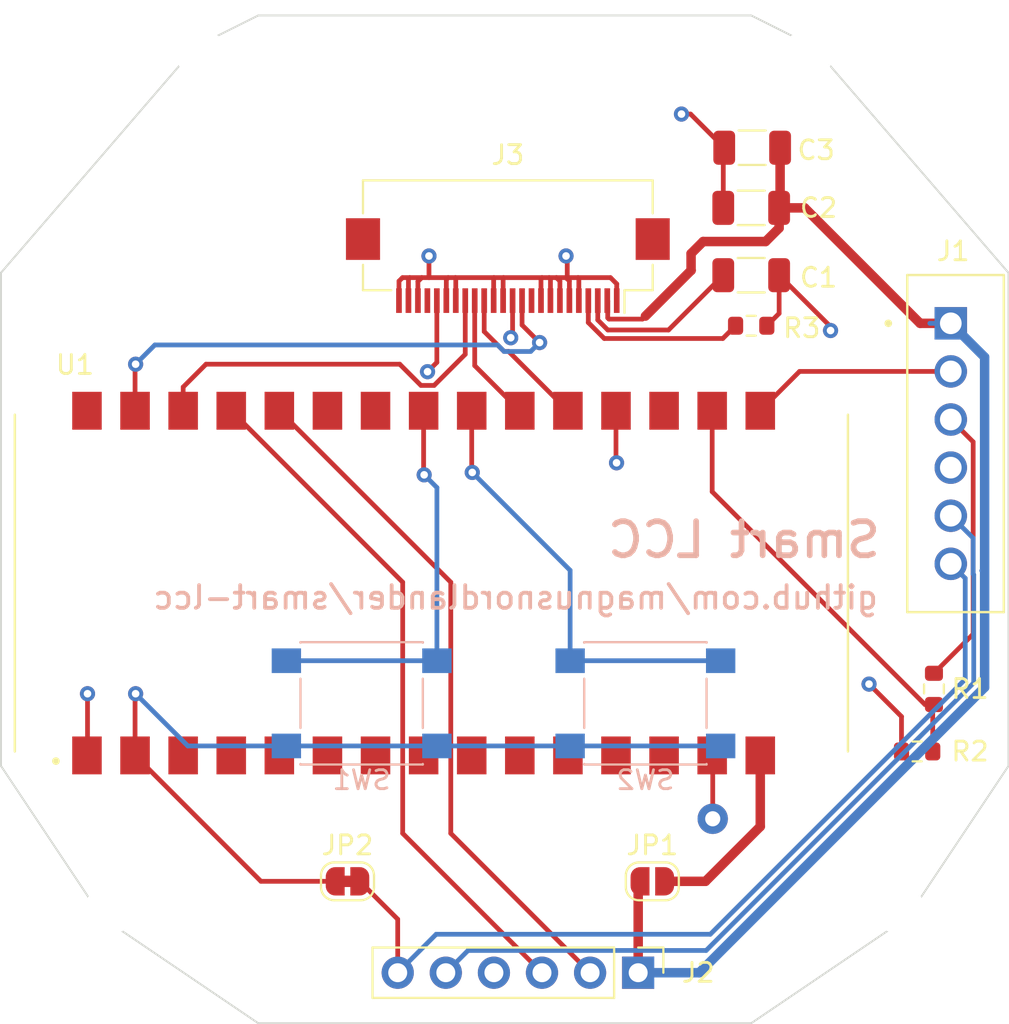
<source format=kicad_pcb>
(kicad_pcb (version 20171130) (host pcbnew "(5.1.9-0-10_14)")

  (general
    (thickness 1.6)
    (drawings 45)
    (tracks 194)
    (zones 0)
    (modules 18)
    (nets 37)
  )

  (page A4)
  (layers
    (0 F.Cu signal)
    (1 In1.Cu signal hide)
    (2 In2.Cu signal hide)
    (31 B.Cu signal hide)
    (32 B.Adhes user)
    (33 F.Adhes user)
    (34 B.Paste user)
    (35 F.Paste user)
    (36 B.SilkS user)
    (37 F.SilkS user)
    (38 B.Mask user)
    (39 F.Mask user)
    (40 Dwgs.User user hide)
    (41 Cmts.User user)
    (42 Eco1.User user)
    (43 Eco2.User user)
    (44 Edge.Cuts user)
    (45 Margin user)
    (46 B.CrtYd user)
    (47 F.CrtYd user)
    (48 B.Fab user hide)
    (49 F.Fab user hide)
  )

  (setup
    (last_trace_width 0.25)
    (user_trace_width 0.25)
    (trace_clearance 0.2)
    (zone_clearance 0.508)
    (zone_45_only yes)
    (trace_min 0.2)
    (via_size 0.8)
    (via_drill 0.4)
    (via_min_size 0.4)
    (via_min_drill 0.3)
    (uvia_size 0.3)
    (uvia_drill 0.1)
    (uvias_allowed no)
    (uvia_min_size 0.2)
    (uvia_min_drill 0.1)
    (edge_width 0.05)
    (segment_width 0.2)
    (pcb_text_width 0.3)
    (pcb_text_size 1.5 1.5)
    (mod_edge_width 0.12)
    (mod_text_size 1 1)
    (mod_text_width 0.15)
    (pad_size 0.3 1.3)
    (pad_drill 0)
    (pad_to_mask_clearance 0)
    (aux_axis_origin 0 0)
    (visible_elements FFFFFFFF)
    (pcbplotparams
      (layerselection 0x010fc_ffffffff)
      (usegerberextensions true)
      (usegerberattributes false)
      (usegerberadvancedattributes false)
      (creategerberjobfile false)
      (excludeedgelayer true)
      (linewidth 0.100000)
      (plotframeref false)
      (viasonmask false)
      (mode 1)
      (useauxorigin false)
      (hpglpennumber 1)
      (hpglpenspeed 20)
      (hpglpendiameter 15.000000)
      (psnegative false)
      (psa4output false)
      (plotreference true)
      (plotvalue false)
      (plotinvisibletext false)
      (padsonsilk false)
      (subtractmaskfromsilk true)
      (outputformat 1)
      (mirror false)
      (drillshape 0)
      (scaleselection 1)
      (outputdirectory "/Users/magnus/Developer/smart-lcc/pcb/smart-lcc/artifacts/"))
  )

  (net 0 "")
  (net 1 +3V3)
  (net 2 GND)
  (net 3 +12V)
  (net 4 RX_FROM_CONTROL_BOARD_5V)
  (net 5 TX_TO_CONTROL_BOARD)
  (net 6 TX_TO_AUX)
  (net 7 RX_FROM_AUX)
  (net 8 "Net-(J3-Pad21)")
  (net 9 "Net-(U1-Pad3)")
  (net 10 "Net-(U1-Pad4)")
  (net 11 "Net-(U1-Pad5)")
  (net 12 "Net-(U1-Pad6)")
  (net 13 "Net-(U1-Pad7)")
  (net 14 "Net-(U1-Pad8)")
  (net 15 "Net-(U1-Pad9)")
  (net 16 "Net-(U1-Pad12)")
  (net 17 "Net-(U1-Pad13)")
  (net 18 "Net-(U1-Pad24)")
  (net 19 "Net-(U1-Pad25)")
  (net 20 "Net-(U1-Pad30)")
  (net 21 "Net-(C1-Pad1)")
  (net 22 SSD1309_MOSI)
  (net 23 SSD1309_SCLK)
  (net 24 SSD1309_DC)
  (net 25 SSD1309_RES)
  (net 26 SSD1309_CS)
  (net 27 SW_MINUS)
  (net 28 SW_PLUS)
  (net 29 RX_FROM_CONTROL_BOARD_3V3)
  (net 30 3V3_MCU)
  (net 31 3V3_OLED)
  (net 32 "Net-(J3-Pad4)")
  (net 33 "Net-(J3-Pad10)")
  (net 34 VIN)
  (net 35 "Net-(U1-Pad11)")
  (net 36 "Net-(U1-Pad10)")

  (net_class Default "This is the default net class."
    (clearance 0.2)
    (trace_width 0.25)
    (via_dia 0.8)
    (via_drill 0.4)
    (uvia_dia 0.3)
    (uvia_drill 0.1)
    (add_net +3V3)
    (add_net 3V3_MCU)
    (add_net 3V3_OLED)
    (add_net GND)
    (add_net "Net-(C1-Pad1)")
    (add_net "Net-(J3-Pad10)")
    (add_net "Net-(J3-Pad21)")
    (add_net "Net-(J3-Pad4)")
    (add_net "Net-(U1-Pad10)")
    (add_net "Net-(U1-Pad11)")
    (add_net "Net-(U1-Pad12)")
    (add_net "Net-(U1-Pad13)")
    (add_net "Net-(U1-Pad24)")
    (add_net "Net-(U1-Pad25)")
    (add_net "Net-(U1-Pad3)")
    (add_net "Net-(U1-Pad30)")
    (add_net "Net-(U1-Pad4)")
    (add_net "Net-(U1-Pad5)")
    (add_net "Net-(U1-Pad6)")
    (add_net "Net-(U1-Pad7)")
    (add_net "Net-(U1-Pad8)")
    (add_net "Net-(U1-Pad9)")
    (add_net RX_FROM_AUX)
    (add_net RX_FROM_CONTROL_BOARD_3V3)
    (add_net RX_FROM_CONTROL_BOARD_5V)
    (add_net SSD1309_CS)
    (add_net SSD1309_DC)
    (add_net SSD1309_MOSI)
    (add_net SSD1309_RES)
    (add_net SSD1309_SCLK)
    (add_net SW_MINUS)
    (add_net SW_PLUS)
    (add_net TX_TO_AUX)
    (add_net TX_TO_CONTROL_BOARD)
  )

  (net_class 12V ""
    (clearance 0.2)
    (trace_width 0.5)
    (via_dia 1.6)
    (via_drill 0.8)
    (uvia_dia 0.3)
    (uvia_drill 0.1)
    (add_net +12V)
    (add_net VIN)
  )

  (module ABX00027:MODULE_ABX00027 (layer F.Cu) (tedit 60D78ADA) (tstamp 60D8098E)
    (at 45.593 52.832)
    (path /60D7B3AD)
    (fp_text reference U1 (at -18.825 -11.525) (layer F.SilkS)
      (effects (font (size 1 1) (thickness 0.15)))
    )
    (fp_text value ABX00027 (at -12.475 11.205) (layer F.Fab)
      (effects (font (size 1 1) (thickness 0.15)))
    )
    (fp_line (start 22 8.89) (end 22 -8.89) (layer F.SilkS) (width 0.127))
    (fp_line (start -22 -8.89) (end -22 8.89) (layer F.SilkS) (width 0.127))
    (fp_line (start -22 8.89) (end 22 8.89) (layer F.Fab) (width 0.127))
    (fp_line (start 22 8.89) (end 22 -8.89) (layer F.Fab) (width 0.127))
    (fp_line (start 22 -8.89) (end -22 -8.89) (layer F.Fab) (width 0.127))
    (fp_line (start -22 -8.89) (end -22 8.89) (layer F.Fab) (width 0.127))
    (fp_line (start -22.25 10.35) (end 22.25 10.35) (layer F.CrtYd) (width 0.05))
    (fp_line (start 22.25 10.35) (end 22.25 -10.35) (layer F.CrtYd) (width 0.05))
    (fp_line (start 22.25 -10.35) (end -22.25 -10.35) (layer F.CrtYd) (width 0.05))
    (fp_line (start -22.25 -10.35) (end -22.25 10.35) (layer F.CrtYd) (width 0.05))
    (fp_circle (center -19.83 9.4) (end -19.73 9.4) (layer F.SilkS) (width 0.2))
    (fp_circle (center -19.83 9.4) (end -19.73 9.4) (layer F.Fab) (width 0.2))
    (fp_line (start -22 -8.89) (end -22 8.89) (layer F.Fab) (width 0.127))
    (pad 30 smd rect (at -18.19 -9.1) (size 1.56 2) (layers F.Cu F.Paste F.Mask)
      (net 20 "Net-(U1-Pad30)"))
    (pad 29 smd rect (at -15.65 -9.1) (size 1.56 2) (layers F.Cu F.Paste F.Mask)
      (net 22 SSD1309_MOSI))
    (pad 28 smd rect (at -13.11 -9.1) (size 1.56 2) (layers F.Cu F.Paste F.Mask)
      (net 26 SSD1309_CS))
    (pad 27 smd rect (at -10.57 -9.1) (size 1.56 2) (layers F.Cu F.Paste F.Mask)
      (net 6 TX_TO_AUX))
    (pad 26 smd rect (at -8.03 -9.1) (size 1.56 2) (layers F.Cu F.Paste F.Mask)
      (net 7 RX_FROM_AUX))
    (pad 25 smd rect (at -5.49 -9.1) (size 1.56 2) (layers F.Cu F.Paste F.Mask)
      (net 19 "Net-(U1-Pad25)"))
    (pad 24 smd rect (at -2.95 -9.1) (size 1.56 2) (layers F.Cu F.Paste F.Mask)
      (net 18 "Net-(U1-Pad24)"))
    (pad 23 smd rect (at -0.41 -9.1) (size 1.56 2) (layers F.Cu F.Paste F.Mask)
      (net 27 SW_MINUS))
    (pad 22 smd rect (at 2.13 -9.1) (size 1.56 2) (layers F.Cu F.Paste F.Mask)
      (net 28 SW_PLUS))
    (pad 21 smd rect (at 4.67 -9.1) (size 1.56 2) (layers F.Cu F.Paste F.Mask)
      (net 25 SSD1309_RES))
    (pad 20 smd rect (at 7.21 -9.1) (size 1.56 2) (layers F.Cu F.Paste F.Mask)
      (net 24 SSD1309_DC))
    (pad 19 smd rect (at 9.75 -9.1) (size 1.56 2) (layers F.Cu F.Paste F.Mask)
      (net 2 GND))
    (pad 18 smd rect (at 12.29 -9.1) (size 1.56 2) (layers F.Cu F.Paste F.Mask)
      (net 17 "Net-(U1-Pad13)"))
    (pad 17 smd rect (at 14.83 -9.1) (size 1.56 2) (layers F.Cu F.Paste F.Mask)
      (net 29 RX_FROM_CONTROL_BOARD_3V3))
    (pad 16 smd rect (at 17.37 -9.1) (size 1.56 2) (layers F.Cu F.Paste F.Mask)
      (net 5 TX_TO_CONTROL_BOARD))
    (pad 15 smd rect (at 17.37 9.1) (size 1.56 2) (layers F.Cu F.Paste F.Mask)
      (net 34 VIN))
    (pad 14 smd rect (at 14.83 9.1) (size 1.56 2) (layers F.Cu F.Paste F.Mask)
      (net 2 GND))
    (pad 13 smd rect (at 12.29 9.1) (size 1.56 2) (layers F.Cu F.Paste F.Mask)
      (net 17 "Net-(U1-Pad13)"))
    (pad 12 smd rect (at 9.75 9.1) (size 1.56 2) (layers F.Cu F.Paste F.Mask)
      (net 16 "Net-(U1-Pad12)"))
    (pad 11 smd rect (at 7.21 9.1) (size 1.56 2) (layers F.Cu F.Paste F.Mask)
      (net 35 "Net-(U1-Pad11)"))
    (pad 10 smd rect (at 4.67 9.1) (size 1.56 2) (layers F.Cu F.Paste F.Mask)
      (net 36 "Net-(U1-Pad10)"))
    (pad 9 smd rect (at 2.13 9.1) (size 1.56 2) (layers F.Cu F.Paste F.Mask)
      (net 15 "Net-(U1-Pad9)"))
    (pad 8 smd rect (at -0.41 9.1) (size 1.56 2) (layers F.Cu F.Paste F.Mask)
      (net 14 "Net-(U1-Pad8)"))
    (pad 7 smd rect (at -2.95 9.1) (size 1.56 2) (layers F.Cu F.Paste F.Mask)
      (net 13 "Net-(U1-Pad7)"))
    (pad 6 smd rect (at -5.49 9.1) (size 1.56 2) (layers F.Cu F.Paste F.Mask)
      (net 12 "Net-(U1-Pad6)"))
    (pad 5 smd rect (at -8.03 9.1) (size 1.56 2) (layers F.Cu F.Paste F.Mask)
      (net 11 "Net-(U1-Pad5)"))
    (pad 4 smd rect (at -10.57 9.1) (size 1.56 2) (layers F.Cu F.Paste F.Mask)
      (net 10 "Net-(U1-Pad4)"))
    (pad 3 smd rect (at -13.11 9.1) (size 1.56 2) (layers F.Cu F.Paste F.Mask)
      (net 9 "Net-(U1-Pad3)"))
    (pad 2 smd rect (at -15.65 9.1) (size 1.56 2) (layers F.Cu F.Paste F.Mask)
      (net 1 +3V3))
    (pad 1 smd rect (at -18.19 9.1) (size 1.56 2) (layers F.Cu F.Paste F.Mask)
      (net 23 SSD1309_SCLK))
    (pad None np_thru_hole circle (at 19.91 7.62) (size 1.651 1.651) (drill 1.651) (layers *.Cu *.Mask))
    (pad None np_thru_hole circle (at 19.91 -7.62) (size 1.651 1.651) (drill 1.651) (layers *.Cu *.Mask))
    (pad None np_thru_hole circle (at -20.73 -7.62) (size 1.651 1.651) (drill 1.651) (layers *.Cu *.Mask))
    (pad None np_thru_hole circle (at -20.73 7.62) (size 1.651 1.651) (drill 1.651) (layers *.Cu *.Mask))
  )

  (module TE_280372-1:TE_280372-1 (layer F.Cu) (tedit 60D8DF3A) (tstamp 60D77E97)
    (at 73.025 45.466 270)
    (path /60D8FA50)
    (fp_text reference J1 (at -10.16 -0.127 180) (layer F.SilkS)
      (effects (font (size 1 1) (thickness 0.15)))
    )
    (fp_text value 280372-1 (at -2.665 3.915 90) (layer F.Fab)
      (effects (font (size 1 1) (thickness 0.15)))
    )
    (fp_line (start -8.9 2.3) (end -8.9 -2.8) (layer F.Fab) (width 0.127))
    (fp_line (start -8.9 -2.8) (end 8.9 -2.8) (layer F.Fab) (width 0.127))
    (fp_line (start 8.9 -2.8) (end 8.9 2.3) (layer F.Fab) (width 0.127))
    (fp_line (start 8.9 2.3) (end -8.9 2.3) (layer F.Fab) (width 0.127))
    (fp_line (start -8.9 2.3) (end -8.9 -2.8) (layer F.SilkS) (width 0.127))
    (fp_line (start 8.9 -2.8) (end 8.9 2.3) (layer F.SilkS) (width 0.127))
    (fp_line (start -8.9 -2.8) (end 8.9 -2.8) (layer F.SilkS) (width 0.127))
    (fp_line (start 8.9 2.3) (end -8.9 2.3) (layer F.SilkS) (width 0.127))
    (fp_line (start -9.15 -3.05) (end 9.15 -3.05) (layer F.CrtYd) (width 0.05))
    (fp_line (start 9.15 2.55) (end -9.15 2.55) (layer F.CrtYd) (width 0.05))
    (fp_line (start -9.15 2.55) (end -9.15 -3.05) (layer F.CrtYd) (width 0.05))
    (fp_line (start 9.15 -3.05) (end 9.15 2.55) (layer F.CrtYd) (width 0.05))
    (fp_circle (center -6.35 3.3) (end -6.25 3.3) (layer F.SilkS) (width 0.2))
    (fp_circle (center -6.35 3.3) (end -6.25 3.3) (layer F.Fab) (width 0.2))
    (pad 6 thru_hole circle (at 6.35 0 270) (size 1.7145 1.7145) (drill 1.143) (layers *.Cu *.Mask)
      (net 30 3V3_MCU))
    (pad 5 thru_hole circle (at 3.81 0 270) (size 1.7145 1.7145) (drill 1.143) (layers *.Cu *.Mask)
      (net 31 3V3_OLED))
    (pad 4 thru_hole circle (at 1.27 0 270) (size 1.7145 1.7145) (drill 1.143) (layers *.Cu *.Mask)
      (net 2 GND))
    (pad 3 thru_hole circle (at -1.27 0 270) (size 1.7145 1.7145) (drill 1.143) (layers *.Cu *.Mask)
      (net 4 RX_FROM_CONTROL_BOARD_5V))
    (pad 2 thru_hole circle (at -3.81 0 270) (size 1.7145 1.7145) (drill 1.143) (layers *.Cu *.Mask)
      (net 5 TX_TO_CONTROL_BOARD))
    (pad 1 thru_hole rect (at -6.35 0 270) (size 1.7145 1.7145) (drill 1.143) (layers *.Cu *.Mask)
      (net 3 +12V))
  )

  (module Jumper:SolderJumper-2_P1.3mm_Bridged_RoundedPad1.0x1.5mm (layer F.Cu) (tedit 5C745284) (tstamp 60DA8456)
    (at 41.163 68.58 180)
    (descr "SMD Solder Jumper, 1x1.5mm, rounded Pads, 0.3mm gap, bridged with 1 copper strip")
    (tags "solder jumper open")
    (path /60DA997A)
    (attr virtual)
    (fp_text reference JP2 (at 0 1.905) (layer F.SilkS)
      (effects (font (size 1 1) (thickness 0.15)))
    )
    (fp_text value SolderJumper_2_Bridged (at 0 1.9) (layer F.Fab)
      (effects (font (size 1 1) (thickness 0.15)))
    )
    (fp_arc (start -0.7 -0.3) (end -0.7 -1) (angle -90) (layer F.SilkS) (width 0.12))
    (fp_arc (start -0.7 0.3) (end -1.4 0.3) (angle -90) (layer F.SilkS) (width 0.12))
    (fp_arc (start 0.7 0.3) (end 0.7 1) (angle -90) (layer F.SilkS) (width 0.12))
    (fp_arc (start 0.7 -0.3) (end 1.4 -0.3) (angle -90) (layer F.SilkS) (width 0.12))
    (fp_line (start -1.4 0.3) (end -1.4 -0.3) (layer F.SilkS) (width 0.12))
    (fp_line (start 0.7 1) (end -0.7 1) (layer F.SilkS) (width 0.12))
    (fp_line (start 1.4 -0.3) (end 1.4 0.3) (layer F.SilkS) (width 0.12))
    (fp_line (start -0.7 -1) (end 0.7 -1) (layer F.SilkS) (width 0.12))
    (fp_line (start -1.65 -1.25) (end 1.65 -1.25) (layer F.CrtYd) (width 0.05))
    (fp_line (start -1.65 -1.25) (end -1.65 1.25) (layer F.CrtYd) (width 0.05))
    (fp_line (start 1.65 1.25) (end 1.65 -1.25) (layer F.CrtYd) (width 0.05))
    (fp_line (start 1.65 1.25) (end -1.65 1.25) (layer F.CrtYd) (width 0.05))
    (fp_poly (pts (xy 0.25 -0.3) (xy -0.25 -0.3) (xy -0.25 0.3) (xy 0.25 0.3)) (layer F.Cu) (width 0))
    (pad 1 smd custom (at -0.65 0 180) (size 1 0.5) (layers F.Cu F.Mask)
      (net 30 3V3_MCU) (zone_connect 2)
      (options (clearance outline) (anchor rect))
      (primitives
        (gr_circle (center 0 0.25) (end 0.5 0.25) (width 0))
        (gr_circle (center 0 -0.25) (end 0.5 -0.25) (width 0))
        (gr_poly (pts
           (xy 0 -0.75) (xy 0.5 -0.75) (xy 0.5 0.75) (xy 0 0.75)) (width 0))
      ))
    (pad 2 smd custom (at 0.65 0 180) (size 1 0.5) (layers F.Cu F.Mask)
      (net 1 +3V3) (zone_connect 2)
      (options (clearance outline) (anchor rect))
      (primitives
        (gr_circle (center 0 0.25) (end 0.5 0.25) (width 0))
        (gr_circle (center 0 -0.25) (end 0.5 -0.25) (width 0))
        (gr_poly (pts
           (xy 0 -0.75) (xy -0.5 -0.75) (xy -0.5 0.75) (xy 0 0.75)) (width 0))
      ))
  )

  (module Jumper:SolderJumper-2_P1.3mm_Open_RoundedPad1.0x1.5mm (layer F.Cu) (tedit 5B391E66) (tstamp 60DA8443)
    (at 57.262 68.58)
    (descr "SMD Solder Jumper, 1x1.5mm, rounded Pads, 0.3mm gap, open")
    (tags "solder jumper open")
    (path /60DA70BB)
    (attr virtual)
    (fp_text reference JP1 (at 0 -1.905) (layer F.SilkS)
      (effects (font (size 1 1) (thickness 0.15)))
    )
    (fp_text value SolderJumper_2_Open (at 0 1.9) (layer F.Fab)
      (effects (font (size 1 1) (thickness 0.15)))
    )
    (fp_arc (start -0.7 -0.3) (end -0.7 -1) (angle -90) (layer F.SilkS) (width 0.12))
    (fp_arc (start -0.7 0.3) (end -1.4 0.3) (angle -90) (layer F.SilkS) (width 0.12))
    (fp_arc (start 0.7 0.3) (end 0.7 1) (angle -90) (layer F.SilkS) (width 0.12))
    (fp_arc (start 0.7 -0.3) (end 1.4 -0.3) (angle -90) (layer F.SilkS) (width 0.12))
    (fp_line (start -1.4 0.3) (end -1.4 -0.3) (layer F.SilkS) (width 0.12))
    (fp_line (start 0.7 1) (end -0.7 1) (layer F.SilkS) (width 0.12))
    (fp_line (start 1.4 -0.3) (end 1.4 0.3) (layer F.SilkS) (width 0.12))
    (fp_line (start -0.7 -1) (end 0.7 -1) (layer F.SilkS) (width 0.12))
    (fp_line (start -1.65 -1.25) (end 1.65 -1.25) (layer F.CrtYd) (width 0.05))
    (fp_line (start -1.65 -1.25) (end -1.65 1.25) (layer F.CrtYd) (width 0.05))
    (fp_line (start 1.65 1.25) (end 1.65 -1.25) (layer F.CrtYd) (width 0.05))
    (fp_line (start 1.65 1.25) (end -1.65 1.25) (layer F.CrtYd) (width 0.05))
    (pad 2 smd custom (at 0.65 0) (size 1 0.5) (layers F.Cu F.Mask)
      (net 34 VIN) (zone_connect 2)
      (options (clearance outline) (anchor rect))
      (primitives
        (gr_circle (center 0 0.25) (end 0.5 0.25) (width 0))
        (gr_circle (center 0 -0.25) (end 0.5 -0.25) (width 0))
        (gr_poly (pts
           (xy 0 -0.75) (xy -0.5 -0.75) (xy -0.5 0.75) (xy 0 0.75)) (width 0))
      ))
    (pad 1 smd custom (at -0.65 0) (size 1 0.5) (layers F.Cu F.Mask)
      (net 3 +12V) (zone_connect 2)
      (options (clearance outline) (anchor rect))
      (primitives
        (gr_circle (center 0 0.25) (end 0.5 0.25) (width 0))
        (gr_circle (center 0 -0.25) (end 0.5 -0.25) (width 0))
        (gr_poly (pts
           (xy 0 -0.75) (xy 0.5 -0.75) (xy 0.5 0.75) (xy 0 0.75)) (width 0))
      ))
  )

  (module Capacitor_SMD:C_1206_3216Metric (layer F.Cu) (tedit 5F68FEEE) (tstamp 60D8473C)
    (at 62.5348 29.845 180)
    (descr "Capacitor SMD 1206 (3216 Metric), square (rectangular) end terminal, IPC_7351 nominal, (Body size source: IPC-SM-782 page 76, https://www.pcb-3d.com/wordpress/wp-content/uploads/ipc-sm-782a_amendment_1_and_2.pdf), generated with kicad-footprint-generator")
    (tags capacitor)
    (path /60D9151C)
    (attr smd)
    (fp_text reference C3 (at -3.3782 -0.127) (layer F.SilkS)
      (effects (font (size 1 1) (thickness 0.15)))
    )
    (fp_text value "0.1 µF / 25V, X7R" (at 0 1.85) (layer F.Fab)
      (effects (font (size 1 1) (thickness 0.15)))
    )
    (fp_line (start 2.3 1.15) (end -2.3 1.15) (layer F.CrtYd) (width 0.05))
    (fp_line (start 2.3 -1.15) (end 2.3 1.15) (layer F.CrtYd) (width 0.05))
    (fp_line (start -2.3 -1.15) (end 2.3 -1.15) (layer F.CrtYd) (width 0.05))
    (fp_line (start -2.3 1.15) (end -2.3 -1.15) (layer F.CrtYd) (width 0.05))
    (fp_line (start -0.711252 0.91) (end 0.711252 0.91) (layer F.SilkS) (width 0.12))
    (fp_line (start -0.711252 -0.91) (end 0.711252 -0.91) (layer F.SilkS) (width 0.12))
    (fp_line (start 1.6 0.8) (end -1.6 0.8) (layer F.Fab) (width 0.1))
    (fp_line (start 1.6 -0.8) (end 1.6 0.8) (layer F.Fab) (width 0.1))
    (fp_line (start -1.6 -0.8) (end 1.6 -0.8) (layer F.Fab) (width 0.1))
    (fp_line (start -1.6 0.8) (end -1.6 -0.8) (layer F.Fab) (width 0.1))
    (fp_text user %R (at 0 0) (layer F.Fab)
      (effects (font (size 0.8 0.8) (thickness 0.12)))
    )
    (pad 2 smd roundrect (at 1.475 0 180) (size 1.15 1.8) (layers F.Cu F.Paste F.Mask) (roundrect_rratio 0.2173904347826087)
      (net 2 GND))
    (pad 1 smd roundrect (at -1.475 0 180) (size 1.15 1.8) (layers F.Cu F.Paste F.Mask) (roundrect_rratio 0.2173904347826087)
      (net 3 +12V))
    (model ${KISYS3DMOD}/Capacitor_SMD.3dshapes/C_1206_3216Metric.wrl
      (at (xyz 0 0 0))
      (scale (xyz 1 1 1))
      (rotate (xyz 0 0 0))
    )
  )

  (module Resistor_SMD:R_0603_1608Metric (layer F.Cu) (tedit 5F68FEEE) (tstamp 60D83301)
    (at 71.247 61.722)
    (descr "Resistor SMD 0603 (1608 Metric), square (rectangular) end terminal, IPC_7351 nominal, (Body size source: IPC-SM-782 page 72, https://www.pcb-3d.com/wordpress/wp-content/uploads/ipc-sm-782a_amendment_1_and_2.pdf), generated with kicad-footprint-generator")
    (tags resistor)
    (path /60D9B58C)
    (attr smd)
    (fp_text reference R2 (at 2.794 0) (layer F.SilkS)
      (effects (font (size 1 1) (thickness 0.15)))
    )
    (fp_text value 3K3 (at 0 1.43) (layer F.Fab)
      (effects (font (size 1 1) (thickness 0.15)))
    )
    (fp_line (start 1.48 0.73) (end -1.48 0.73) (layer F.CrtYd) (width 0.05))
    (fp_line (start 1.48 -0.73) (end 1.48 0.73) (layer F.CrtYd) (width 0.05))
    (fp_line (start -1.48 -0.73) (end 1.48 -0.73) (layer F.CrtYd) (width 0.05))
    (fp_line (start -1.48 0.73) (end -1.48 -0.73) (layer F.CrtYd) (width 0.05))
    (fp_line (start -0.237258 0.5225) (end 0.237258 0.5225) (layer F.SilkS) (width 0.12))
    (fp_line (start -0.237258 -0.5225) (end 0.237258 -0.5225) (layer F.SilkS) (width 0.12))
    (fp_line (start 0.8 0.4125) (end -0.8 0.4125) (layer F.Fab) (width 0.1))
    (fp_line (start 0.8 -0.4125) (end 0.8 0.4125) (layer F.Fab) (width 0.1))
    (fp_line (start -0.8 -0.4125) (end 0.8 -0.4125) (layer F.Fab) (width 0.1))
    (fp_line (start -0.8 0.4125) (end -0.8 -0.4125) (layer F.Fab) (width 0.1))
    (fp_text user %R (at 0 0) (layer F.Fab)
      (effects (font (size 0.4 0.4) (thickness 0.06)))
    )
    (pad 2 smd roundrect (at 0.825 0) (size 0.8 0.95) (layers F.Cu F.Paste F.Mask) (roundrect_rratio 0.25)
      (net 29 RX_FROM_CONTROL_BOARD_3V3))
    (pad 1 smd roundrect (at -0.825 0) (size 0.8 0.95) (layers F.Cu F.Paste F.Mask) (roundrect_rratio 0.25)
      (net 2 GND))
    (model ${KISYS3DMOD}/Resistor_SMD.3dshapes/R_0603_1608Metric.wrl
      (at (xyz 0 0 0))
      (scale (xyz 1 1 1))
      (rotate (xyz 0 0 0))
    )
  )

  (module Resistor_SMD:R_0603_1608Metric (layer F.Cu) (tedit 5F68FEEE) (tstamp 60D832F0)
    (at 72.136 58.42 90)
    (descr "Resistor SMD 0603 (1608 Metric), square (rectangular) end terminal, IPC_7351 nominal, (Body size source: IPC-SM-782 page 72, https://www.pcb-3d.com/wordpress/wp-content/uploads/ipc-sm-782a_amendment_1_and_2.pdf), generated with kicad-footprint-generator")
    (tags resistor)
    (path /60D9A388)
    (attr smd)
    (fp_text reference R1 (at 0 1.905 180) (layer F.SilkS)
      (effects (font (size 1 1) (thickness 0.15)))
    )
    (fp_text value 2K2 (at 0 1.43 90) (layer F.Fab)
      (effects (font (size 1 1) (thickness 0.15)))
    )
    (fp_line (start 1.48 0.73) (end -1.48 0.73) (layer F.CrtYd) (width 0.05))
    (fp_line (start 1.48 -0.73) (end 1.48 0.73) (layer F.CrtYd) (width 0.05))
    (fp_line (start -1.48 -0.73) (end 1.48 -0.73) (layer F.CrtYd) (width 0.05))
    (fp_line (start -1.48 0.73) (end -1.48 -0.73) (layer F.CrtYd) (width 0.05))
    (fp_line (start -0.237258 0.5225) (end 0.237258 0.5225) (layer F.SilkS) (width 0.12))
    (fp_line (start -0.237258 -0.5225) (end 0.237258 -0.5225) (layer F.SilkS) (width 0.12))
    (fp_line (start 0.8 0.4125) (end -0.8 0.4125) (layer F.Fab) (width 0.1))
    (fp_line (start 0.8 -0.4125) (end 0.8 0.4125) (layer F.Fab) (width 0.1))
    (fp_line (start -0.8 -0.4125) (end 0.8 -0.4125) (layer F.Fab) (width 0.1))
    (fp_line (start -0.8 0.4125) (end -0.8 -0.4125) (layer F.Fab) (width 0.1))
    (fp_text user %R (at 0 0 90) (layer F.Fab)
      (effects (font (size 0.4 0.4) (thickness 0.06)))
    )
    (pad 2 smd roundrect (at 0.825 0 90) (size 0.8 0.95) (layers F.Cu F.Paste F.Mask) (roundrect_rratio 0.25)
      (net 4 RX_FROM_CONTROL_BOARD_5V))
    (pad 1 smd roundrect (at -0.825 0 90) (size 0.8 0.95) (layers F.Cu F.Paste F.Mask) (roundrect_rratio 0.25)
      (net 29 RX_FROM_CONTROL_BOARD_3V3))
    (model ${KISYS3DMOD}/Resistor_SMD.3dshapes/R_0603_1608Metric.wrl
      (at (xyz 0 0 0))
      (scale (xyz 1 1 1))
      (rotate (xyz 0 0 0))
    )
  )

  (module Connector_FFC-FPC:Hirose_FH12-24S-0.5SH_1x24-1MP_P0.50mm_Horizontal (layer F.Cu) (tedit 60D82556) (tstamp 60D80D33)
    (at 49.6316 36.068 180)
    (descr "Hirose FH12, FFC/FPC connector, FH12-24S-0.5SH, 24 Pins per row (https://www.hirose.com/product/en/products/FH12/FH12-24S-0.5SH(55)/), generated with kicad-footprint-generator")
    (tags "connector Hirose FH12 horizontal")
    (path /60DB1827)
    (attr smd)
    (fp_text reference J3 (at 0 5.842) (layer F.SilkS)
      (effects (font (size 1 1) (thickness 0.15)))
    )
    (fp_text value "Conn_01x24 (mirrored)" (at 0 5.6) (layer F.Fab)
      (effects (font (size 1 1) (thickness 0.15)))
    )
    (fp_line (start 0 -1.2) (end -7.55 -1.2) (layer F.Fab) (width 0.1))
    (fp_line (start -7.55 -1.2) (end -7.55 3.4) (layer F.Fab) (width 0.1))
    (fp_line (start -7.55 3.4) (end -6.95 3.4) (layer F.Fab) (width 0.1))
    (fp_line (start -6.95 3.4) (end -6.95 3.7) (layer F.Fab) (width 0.1))
    (fp_line (start -6.95 3.7) (end -7.45 3.7) (layer F.Fab) (width 0.1))
    (fp_line (start -7.45 3.7) (end -7.45 4.4) (layer F.Fab) (width 0.1))
    (fp_line (start -7.45 4.4) (end 0 4.4) (layer F.Fab) (width 0.1))
    (fp_line (start 0 -1.2) (end 7.55 -1.2) (layer F.Fab) (width 0.1))
    (fp_line (start 7.55 -1.2) (end 7.55 3.4) (layer F.Fab) (width 0.1))
    (fp_line (start 7.55 3.4) (end 6.95 3.4) (layer F.Fab) (width 0.1))
    (fp_line (start 6.95 3.4) (end 6.95 3.7) (layer F.Fab) (width 0.1))
    (fp_line (start 6.95 3.7) (end 7.45 3.7) (layer F.Fab) (width 0.1))
    (fp_line (start 7.45 3.7) (end 7.45 4.4) (layer F.Fab) (width 0.1))
    (fp_line (start 7.45 4.4) (end 0 4.4) (layer F.Fab) (width 0.1))
    (fp_line (start -6.16 -1.3) (end -7.65 -1.3) (layer F.SilkS) (width 0.12))
    (fp_line (start -7.65 -1.3) (end -7.65 0.04) (layer F.SilkS) (width 0.12))
    (fp_line (start 6.16 -1.3) (end 7.65 -1.3) (layer F.SilkS) (width 0.12))
    (fp_line (start 7.65 -1.3) (end 7.65 0.04) (layer F.SilkS) (width 0.12))
    (fp_line (start -7.65 2.76) (end -7.65 4.5) (layer F.SilkS) (width 0.12))
    (fp_line (start -7.65 4.5) (end 7.65 4.5) (layer F.SilkS) (width 0.12))
    (fp_line (start 7.65 4.5) (end 7.65 2.76) (layer F.SilkS) (width 0.12))
    (fp_line (start -6.16 -1.3) (end -6.16 -2.5) (layer F.SilkS) (width 0.12))
    (fp_line (start -6.25 -1.2) (end -5.75 -0.492893) (layer F.Fab) (width 0.1))
    (fp_line (start -5.75 -0.492893) (end -5.25 -1.2) (layer F.Fab) (width 0.1))
    (fp_line (start -9.05 -3) (end -9.05 4.9) (layer F.CrtYd) (width 0.05))
    (fp_line (start -9.05 4.9) (end 9.05 4.9) (layer F.CrtYd) (width 0.05))
    (fp_line (start 9.05 4.9) (end 9.05 -3) (layer F.CrtYd) (width 0.05))
    (fp_line (start 9.05 -3) (end -9.05 -3) (layer F.CrtYd) (width 0.05))
    (fp_text user %R (at 0 3.7) (layer F.Fab)
      (effects (font (size 1 1) (thickness 0.15)))
    )
    (pad 24 smd rect (at 5.75 -1.85 180) (size 0.3 1.3) (layers F.Cu F.Paste F.Mask)
      (net 2 GND))
    (pad 23 smd rect (at 5.25 -1.85 180) (size 0.3 1.3) (layers F.Cu F.Paste F.Mask)
      (net 2 GND))
    (pad 22 smd rect (at 4.75 -1.85 180) (size 0.3 1.3) (layers F.Cu F.Paste F.Mask)
      (net 2 GND))
    (pad 21 smd rect (at 4.25 -1.85 180) (size 0.3 1.3) (layers F.Cu F.Paste F.Mask)
      (net 8 "Net-(J3-Pad21)"))
    (pad 20 smd rect (at 3.75 -1.85 180) (size 0.3 1.3) (layers F.Cu F.Paste F.Mask)
      (net 31 3V3_OLED))
    (pad 19 smd rect (at 3.25 -1.85 180) (size 0.3 1.3) (layers F.Cu F.Paste F.Mask)
      (net 2 GND))
    (pad 18 smd rect (at 2.75 -1.85 180) (size 0.3 1.3) (layers F.Cu F.Paste F.Mask)
      (net 2 GND))
    (pad 17 smd rect (at 2.25 -1.85 180) (size 0.3 1.3) (layers F.Cu F.Paste F.Mask)
      (net 26 SSD1309_CS))
    (pad 16 smd rect (at 1.75 -1.85 180) (size 0.3 1.3) (layers F.Cu F.Paste F.Mask)
      (net 25 SSD1309_RES))
    (pad 15 smd rect (at 1.25 -1.85 180) (size 0.3 1.3) (layers F.Cu F.Paste F.Mask)
      (net 24 SSD1309_DC))
    (pad 14 smd rect (at 0.75 -1.85 180) (size 0.3 1.3) (layers F.Cu F.Paste F.Mask)
      (net 2 GND))
    (pad 13 smd rect (at 0.25 -1.85 180) (size 0.3 1.3) (layers F.Cu F.Paste F.Mask)
      (net 2 GND))
    (pad 12 smd rect (at -0.25 -1.85 180) (size 0.3 1.3) (layers F.Cu F.Paste F.Mask)
      (net 23 SSD1309_SCLK))
    (pad 11 smd rect (at -0.75 -1.85 180) (size 0.3 1.3) (layers F.Cu F.Paste F.Mask)
      (net 22 SSD1309_MOSI))
    (pad 10 smd rect (at -1.25 -1.85 180) (size 0.3 1.3) (layers F.Cu F.Paste F.Mask)
      (net 33 "Net-(J3-Pad10)"))
    (pad 9 smd rect (at -1.75 -1.85 180) (size 0.3 1.3) (layers F.Cu F.Paste F.Mask)
      (net 2 GND))
    (pad 8 smd rect (at -2.25 -1.85 180) (size 0.3 1.3) (layers F.Cu F.Paste F.Mask)
      (net 2 GND))
    (pad 7 smd rect (at -2.75 -1.85 180) (size 0.3 1.3) (layers F.Cu F.Paste F.Mask)
      (net 2 GND))
    (pad 6 smd rect (at -3.25 -1.85 180) (size 0.3 1.3) (layers F.Cu F.Paste F.Mask)
      (net 2 GND))
    (pad 5 smd rect (at -3.75 -1.85 180) (size 0.3 1.3) (layers F.Cu F.Paste F.Mask)
      (net 2 GND))
    (pad 4 smd rect (at -4.25 -1.85 180) (size 0.3 1.3) (layers F.Cu F.Paste F.Mask)
      (net 32 "Net-(J3-Pad4)"))
    (pad 3 smd rect (at -4.75 -1.85 180) (size 0.3 1.3) (layers F.Cu F.Paste F.Mask)
      (net 21 "Net-(C1-Pad1)"))
    (pad 2 smd rect (at -5.25 -1.85 180) (size 0.3 1.3) (layers F.Cu F.Paste F.Mask)
      (net 3 +12V) (clearance 0.2))
    (pad 1 smd rect (at -5.75 -1.85 180) (size 0.3 1.3) (layers F.Cu F.Paste F.Mask)
      (net 2 GND))
    (pad MP smd rect (at -7.65 1.4 180) (size 1.8 2.2) (layers F.Cu F.Paste F.Mask))
    (pad MP smd rect (at 7.65 1.4 180) (size 1.8 2.2) (layers F.Cu F.Paste F.Mask))
    (model ${KISYS3DMOD}/Connector_FFC-FPC.3dshapes/Hirose_FH12-24S-0.5SH_1x24-1MP_P0.50mm_Horizontal.wrl
      (at (xyz 0 0 0))
      (scale (xyz 1 1 1))
      (rotate (xyz 0 0 0))
    )
  )

  (module MountingHole:MountingHole_2.7mm (layer F.Cu) (tedit 56D1B4CB) (tstamp 60D8515F)
    (at 33.528 25.019)
    (descr "Mounting Hole 2.7mm, no annular")
    (tags "mounting hole 2.7mm no annular")
    (attr virtual)
    (fp_text reference REF** (at 0 -3.7) (layer F.SilkS) hide
      (effects (font (size 1 1) (thickness 0.15)))
    )
    (fp_text value MountingHole_2.7mm (at 0 3.7) (layer F.Fab)
      (effects (font (size 1 1) (thickness 0.15)))
    )
    (fp_circle (center 0 0) (end 2.7 0) (layer Cmts.User) (width 0.15))
    (fp_circle (center 0 0) (end 2.95 0) (layer F.CrtYd) (width 0.05))
    (fp_text user %R (at 0.3 0) (layer F.Fab)
      (effects (font (size 1 1) (thickness 0.15)))
    )
    (pad 1 np_thru_hole circle (at 0 0) (size 2.7 2.7) (drill 2.7) (layers *.Cu *.Mask))
  )

  (module MountingHole:MountingHole_2.7mm (layer F.Cu) (tedit 56D1B4CB) (tstamp 60D85126)
    (at 65.405 25.019)
    (descr "Mounting Hole 2.7mm, no annular")
    (tags "mounting hole 2.7mm no annular")
    (attr virtual)
    (fp_text reference REF** (at 0 -3.7) (layer F.SilkS) hide
      (effects (font (size 1 1) (thickness 0.15)))
    )
    (fp_text value MountingHole_2.7mm (at 0 3.7) (layer F.Fab)
      (effects (font (size 1 1) (thickness 0.15)))
    )
    (fp_circle (center 0 0) (end 2.7 0) (layer Cmts.User) (width 0.15))
    (fp_circle (center 0 0) (end 2.95 0) (layer F.CrtYd) (width 0.05))
    (fp_text user %R (at 0.3 0) (layer F.Fab)
      (effects (font (size 1 1) (thickness 0.15)))
    )
    (pad 1 np_thru_hole circle (at 0 0) (size 2.7 2.7) (drill 2.7) (layers *.Cu *.Mask))
  )

  (module MountingHole:MountingHole_2.7mm (layer F.Cu) (tedit 56D1B4CB) (tstamp 60D850ED)
    (at 70.231 69.977)
    (descr "Mounting Hole 2.7mm, no annular")
    (tags "mounting hole 2.7mm no annular")
    (attr virtual)
    (fp_text reference REF** (at 0 -3.7) (layer F.SilkS) hide
      (effects (font (size 1 1) (thickness 0.15)))
    )
    (fp_text value MountingHole_2.7mm (at 0 3.7) (layer F.Fab) hide
      (effects (font (size 1 1) (thickness 0.15)))
    )
    (fp_circle (center 0 0) (end 2.7 0) (layer Cmts.User) (width 0.15))
    (fp_circle (center 0 0) (end 2.95 0) (layer F.CrtYd) (width 0.05))
    (fp_text user %R (at 0.3 0) (layer F.Fab) hide
      (effects (font (size 1 1) (thickness 0.15)))
    )
    (pad 1 np_thru_hole circle (at 0 0) (size 2.7 2.7) (drill 2.7) (layers *.Cu *.Mask))
  )

  (module MountingHole:MountingHole_2.7mm (layer F.Cu) (tedit 56D1B4CB) (tstamp 60D850B4)
    (at 28.702 69.977)
    (descr "Mounting Hole 2.7mm, no annular")
    (tags "mounting hole 2.7mm no annular")
    (attr virtual)
    (fp_text reference REF** (at 0 -3.7) (layer F.SilkS) hide
      (effects (font (size 1 1) (thickness 0.15)))
    )
    (fp_text value MountingHole_2.7mm (at 0 3.7) (layer F.Fab)
      (effects (font (size 1 1) (thickness 0.15)))
    )
    (fp_circle (center 0 0) (end 2.7 0) (layer Cmts.User) (width 0.15))
    (fp_circle (center 0 0) (end 2.95 0) (layer F.CrtYd) (width 0.05))
    (fp_text user %R (at 0.3 0) (layer F.Fab)
      (effects (font (size 1 1) (thickness 0.15)))
    )
    (pad 1 np_thru_hole circle (at 0 0) (size 2.7 2.7) (drill 2.7) (layers *.Cu *.Mask))
  )

  (module Resistor_SMD:R_0603_1608Metric (layer F.Cu) (tedit 5F68FEEE) (tstamp 60D8488D)
    (at 62.484 39.243 180)
    (descr "Resistor SMD 0603 (1608 Metric), square (rectangular) end terminal, IPC_7351 nominal, (Body size source: IPC-SM-782 page 72, https://www.pcb-3d.com/wordpress/wp-content/uploads/ipc-sm-782a_amendment_1_and_2.pdf), generated with kicad-footprint-generator")
    (tags resistor)
    (path /60D87457)
    (attr smd)
    (fp_text reference R3 (at -2.667 -0.127) (layer F.SilkS)
      (effects (font (size 1 1) (thickness 0.15)))
    )
    (fp_text value 910K (at 0 1.43) (layer F.Fab)
      (effects (font (size 1 1) (thickness 0.15)))
    )
    (fp_line (start -0.8 0.4125) (end -0.8 -0.4125) (layer F.Fab) (width 0.1))
    (fp_line (start -0.8 -0.4125) (end 0.8 -0.4125) (layer F.Fab) (width 0.1))
    (fp_line (start 0.8 -0.4125) (end 0.8 0.4125) (layer F.Fab) (width 0.1))
    (fp_line (start 0.8 0.4125) (end -0.8 0.4125) (layer F.Fab) (width 0.1))
    (fp_line (start -0.237258 -0.5225) (end 0.237258 -0.5225) (layer F.SilkS) (width 0.12))
    (fp_line (start -0.237258 0.5225) (end 0.237258 0.5225) (layer F.SilkS) (width 0.12))
    (fp_line (start -1.48 0.73) (end -1.48 -0.73) (layer F.CrtYd) (width 0.05))
    (fp_line (start -1.48 -0.73) (end 1.48 -0.73) (layer F.CrtYd) (width 0.05))
    (fp_line (start 1.48 -0.73) (end 1.48 0.73) (layer F.CrtYd) (width 0.05))
    (fp_line (start 1.48 0.73) (end -1.48 0.73) (layer F.CrtYd) (width 0.05))
    (fp_text user %R (at 0 0) (layer F.Fab)
      (effects (font (size 0.4 0.4) (thickness 0.06)))
    )
    (pad 2 smd roundrect (at 0.825 0 180) (size 0.8 0.95) (layers F.Cu F.Paste F.Mask) (roundrect_rratio 0.25)
      (net 32 "Net-(J3-Pad4)"))
    (pad 1 smd roundrect (at -0.825 0 180) (size 0.8 0.95) (layers F.Cu F.Paste F.Mask) (roundrect_rratio 0.25)
      (net 2 GND))
    (model ${KISYS3DMOD}/Resistor_SMD.3dshapes/R_0603_1608Metric.wrl
      (at (xyz 0 0 0))
      (scale (xyz 1 1 1))
      (rotate (xyz 0 0 0))
    )
  )

  (module Capacitor_SMD:C_1206_3216Metric (layer F.Cu) (tedit 5F68FEEE) (tstamp 60D8472B)
    (at 62.484 33.02 180)
    (descr "Capacitor SMD 1206 (3216 Metric), square (rectangular) end terminal, IPC_7351 nominal, (Body size source: IPC-SM-782 page 76, https://www.pcb-3d.com/wordpress/wp-content/uploads/ipc-sm-782a_amendment_1_and_2.pdf), generated with kicad-footprint-generator")
    (tags capacitor)
    (path /60D8F384)
    (attr smd)
    (fp_text reference C2 (at -3.556 0) (layer F.SilkS)
      (effects (font (size 1 1) (thickness 0.15)))
    )
    (fp_text value "4.7µF / 25V, X7R" (at 0 1.85) (layer F.Fab)
      (effects (font (size 1 1) (thickness 0.15)))
    )
    (fp_line (start -1.6 0.8) (end -1.6 -0.8) (layer F.Fab) (width 0.1))
    (fp_line (start -1.6 -0.8) (end 1.6 -0.8) (layer F.Fab) (width 0.1))
    (fp_line (start 1.6 -0.8) (end 1.6 0.8) (layer F.Fab) (width 0.1))
    (fp_line (start 1.6 0.8) (end -1.6 0.8) (layer F.Fab) (width 0.1))
    (fp_line (start -0.711252 -0.91) (end 0.711252 -0.91) (layer F.SilkS) (width 0.12))
    (fp_line (start -0.711252 0.91) (end 0.711252 0.91) (layer F.SilkS) (width 0.12))
    (fp_line (start -2.3 1.15) (end -2.3 -1.15) (layer F.CrtYd) (width 0.05))
    (fp_line (start -2.3 -1.15) (end 2.3 -1.15) (layer F.CrtYd) (width 0.05))
    (fp_line (start 2.3 -1.15) (end 2.3 1.15) (layer F.CrtYd) (width 0.05))
    (fp_line (start 2.3 1.15) (end -2.3 1.15) (layer F.CrtYd) (width 0.05))
    (fp_text user %R (at 0 0) (layer F.Fab)
      (effects (font (size 0.8 0.8) (thickness 0.12)))
    )
    (pad 2 smd roundrect (at 1.475 0 180) (size 1.15 1.8) (layers F.Cu F.Paste F.Mask) (roundrect_rratio 0.2173904347826087)
      (net 2 GND))
    (pad 1 smd roundrect (at -1.475 0 180) (size 1.15 1.8) (layers F.Cu F.Paste F.Mask) (roundrect_rratio 0.2173904347826087)
      (net 3 +12V))
    (model ${KISYS3DMOD}/Capacitor_SMD.3dshapes/C_1206_3216Metric.wrl
      (at (xyz 0 0 0))
      (scale (xyz 1 1 1))
      (rotate (xyz 0 0 0))
    )
  )

  (module Capacitor_SMD:C_1206_3216Metric (layer F.Cu) (tedit 5F68FEEE) (tstamp 60D8471A)
    (at 62.484 36.576)
    (descr "Capacitor SMD 1206 (3216 Metric), square (rectangular) end terminal, IPC_7351 nominal, (Body size source: IPC-SM-782 page 76, https://www.pcb-3d.com/wordpress/wp-content/uploads/ipc-sm-782a_amendment_1_and_2.pdf), generated with kicad-footprint-generator")
    (tags capacitor)
    (path /60D8B976)
    (attr smd)
    (fp_text reference C1 (at 3.556 0.127) (layer F.SilkS)
      (effects (font (size 1 1) (thickness 0.15)))
    )
    (fp_text value "2.2 µF / 25V" (at 0 1.85) (layer F.Fab)
      (effects (font (size 1 1) (thickness 0.15)))
    )
    (fp_line (start -1.6 0.8) (end -1.6 -0.8) (layer F.Fab) (width 0.1))
    (fp_line (start -1.6 -0.8) (end 1.6 -0.8) (layer F.Fab) (width 0.1))
    (fp_line (start 1.6 -0.8) (end 1.6 0.8) (layer F.Fab) (width 0.1))
    (fp_line (start 1.6 0.8) (end -1.6 0.8) (layer F.Fab) (width 0.1))
    (fp_line (start -0.711252 -0.91) (end 0.711252 -0.91) (layer F.SilkS) (width 0.12))
    (fp_line (start -0.711252 0.91) (end 0.711252 0.91) (layer F.SilkS) (width 0.12))
    (fp_line (start -2.3 1.15) (end -2.3 -1.15) (layer F.CrtYd) (width 0.05))
    (fp_line (start -2.3 -1.15) (end 2.3 -1.15) (layer F.CrtYd) (width 0.05))
    (fp_line (start 2.3 -1.15) (end 2.3 1.15) (layer F.CrtYd) (width 0.05))
    (fp_line (start 2.3 1.15) (end -2.3 1.15) (layer F.CrtYd) (width 0.05))
    (fp_text user %R (at 0 0) (layer F.Fab)
      (effects (font (size 0.8 0.8) (thickness 0.12)))
    )
    (pad 2 smd roundrect (at 1.475 0) (size 1.15 1.8) (layers F.Cu F.Paste F.Mask) (roundrect_rratio 0.2173904347826087)
      (net 2 GND))
    (pad 1 smd roundrect (at -1.475 0) (size 1.15 1.8) (layers F.Cu F.Paste F.Mask) (roundrect_rratio 0.2173904347826087)
      (net 21 "Net-(C1-Pad1)"))
    (model ${KISYS3DMOD}/Capacitor_SMD.3dshapes/C_1206_3216Metric.wrl
      (at (xyz 0 0 0))
      (scale (xyz 1 1 1))
      (rotate (xyz 0 0 0))
    )
  )

  (module Connector_PinHeader_2.54mm:PinHeader_1x06_P2.54mm_Vertical (layer F.Cu) (tedit 59FED5CC) (tstamp 60D78079)
    (at 56.515 73.406 270)
    (descr "Through hole straight pin header, 1x06, 2.54mm pitch, single row")
    (tags "Through hole pin header THT 1x06 2.54mm single row")
    (path /60D797D4)
    (fp_text reference J2 (at 0 -3.175 180) (layer F.SilkS)
      (effects (font (size 1 1) (thickness 0.15)))
    )
    (fp_text value "Aux connector" (at 0 15.03 90) (layer F.Fab)
      (effects (font (size 1 1) (thickness 0.15)))
    )
    (fp_line (start 1.8 -1.8) (end -1.8 -1.8) (layer F.CrtYd) (width 0.05))
    (fp_line (start 1.8 14.5) (end 1.8 -1.8) (layer F.CrtYd) (width 0.05))
    (fp_line (start -1.8 14.5) (end 1.8 14.5) (layer F.CrtYd) (width 0.05))
    (fp_line (start -1.8 -1.8) (end -1.8 14.5) (layer F.CrtYd) (width 0.05))
    (fp_line (start -1.33 -1.33) (end 0 -1.33) (layer F.SilkS) (width 0.12))
    (fp_line (start -1.33 0) (end -1.33 -1.33) (layer F.SilkS) (width 0.12))
    (fp_line (start -1.33 1.27) (end 1.33 1.27) (layer F.SilkS) (width 0.12))
    (fp_line (start 1.33 1.27) (end 1.33 14.03) (layer F.SilkS) (width 0.12))
    (fp_line (start -1.33 1.27) (end -1.33 14.03) (layer F.SilkS) (width 0.12))
    (fp_line (start -1.33 14.03) (end 1.33 14.03) (layer F.SilkS) (width 0.12))
    (fp_line (start -1.27 -0.635) (end -0.635 -1.27) (layer F.Fab) (width 0.1))
    (fp_line (start -1.27 13.97) (end -1.27 -0.635) (layer F.Fab) (width 0.1))
    (fp_line (start 1.27 13.97) (end -1.27 13.97) (layer F.Fab) (width 0.1))
    (fp_line (start 1.27 -1.27) (end 1.27 13.97) (layer F.Fab) (width 0.1))
    (fp_line (start -0.635 -1.27) (end 1.27 -1.27) (layer F.Fab) (width 0.1))
    (fp_text user %R (at 0 6.35) (layer F.Fab)
      (effects (font (size 1 1) (thickness 0.15)))
    )
    (pad 6 thru_hole oval (at 0 12.7 270) (size 1.7 1.7) (drill 1) (layers *.Cu *.Mask)
      (net 30 3V3_MCU))
    (pad 5 thru_hole oval (at 0 10.16 270) (size 1.7 1.7) (drill 1) (layers *.Cu *.Mask)
      (net 31 3V3_OLED))
    (pad 4 thru_hole oval (at 0 7.62 270) (size 1.7 1.7) (drill 1) (layers *.Cu *.Mask)
      (net 2 GND))
    (pad 3 thru_hole oval (at 0 5.08 270) (size 1.7 1.7) (drill 1) (layers *.Cu *.Mask)
      (net 6 TX_TO_AUX))
    (pad 2 thru_hole oval (at 0 2.54 270) (size 1.7 1.7) (drill 1) (layers *.Cu *.Mask)
      (net 7 RX_FROM_AUX))
    (pad 1 thru_hole rect (at 0 0 270) (size 1.7 1.7) (drill 1) (layers *.Cu *.Mask)
      (net 3 +12V))
    (model ${KISYS3DMOD}/Connector_PinHeader_2.54mm.3dshapes/PinHeader_1x06_P2.54mm_Vertical.wrl
      (at (xyz 0 0 0))
      (scale (xyz 1 1 1))
      (rotate (xyz 0 0 0))
    )
  )

  (module Button_Switch_SMD:SW_Push_1P1T_NO_6x6mm_H9.5mm (layer B.Cu) (tedit 5CA1CA7F) (tstamp 60D773DA)
    (at 41.91 59.182)
    (descr "tactile push button, 6x6mm e.g. PTS645xx series, height=9.5mm")
    (tags "tact sw push 6mm smd")
    (path /60D7AD07)
    (attr smd)
    (fp_text reference SW1 (at 0 4.05) (layer B.SilkS)
      (effects (font (size 1 1) (thickness 0.15)) (justify mirror))
    )
    (fp_text value SW_Push (at 0 -4.15) (layer B.Fab)
      (effects (font (size 1 1) (thickness 0.15)) (justify mirror))
    )
    (fp_circle (center 0 0) (end 1.75 0.05) (layer B.Fab) (width 0.1))
    (fp_line (start -3.23 -3.23) (end 3.23 -3.23) (layer B.SilkS) (width 0.12))
    (fp_line (start -3.23 1.3) (end -3.23 -1.3) (layer B.SilkS) (width 0.12))
    (fp_line (start -3.23 3.23) (end 3.23 3.23) (layer B.SilkS) (width 0.12))
    (fp_line (start 3.23 1.3) (end 3.23 -1.3) (layer B.SilkS) (width 0.12))
    (fp_line (start -3.23 3.2) (end -3.23 3.23) (layer B.SilkS) (width 0.12))
    (fp_line (start -3.23 -3.23) (end -3.23 -3.2) (layer B.SilkS) (width 0.12))
    (fp_line (start 3.23 -3.23) (end 3.23 -3.2) (layer B.SilkS) (width 0.12))
    (fp_line (start 3.23 3.23) (end 3.23 3.2) (layer B.SilkS) (width 0.12))
    (fp_line (start -5 3.25) (end 5 3.25) (layer B.CrtYd) (width 0.05))
    (fp_line (start -5 -3.25) (end 5 -3.25) (layer B.CrtYd) (width 0.05))
    (fp_line (start -5 3.25) (end -5 -3.25) (layer B.CrtYd) (width 0.05))
    (fp_line (start 5 -3.25) (end 5 3.25) (layer B.CrtYd) (width 0.05))
    (fp_line (start 3 3) (end -3 3) (layer B.Fab) (width 0.1))
    (fp_line (start 3 -3) (end 3 3) (layer B.Fab) (width 0.1))
    (fp_line (start -3 -3) (end 3 -3) (layer B.Fab) (width 0.1))
    (fp_line (start -3 3) (end -3 -3) (layer B.Fab) (width 0.1))
    (fp_text user %R (at 0 4.05) (layer B.Fab)
      (effects (font (size 1 1) (thickness 0.15)) (justify mirror))
    )
    (pad 2 smd rect (at 3.975 -2.25) (size 1.55 1.3) (layers B.Cu B.Paste B.Mask)
      (net 27 SW_MINUS))
    (pad 1 smd rect (at 3.975 2.25) (size 1.55 1.3) (layers B.Cu B.Paste B.Mask)
      (net 1 +3V3))
    (pad 1 smd rect (at -3.975 2.25) (size 1.55 1.3) (layers B.Cu B.Paste B.Mask)
      (net 1 +3V3))
    (pad 2 smd rect (at -3.975 -2.25) (size 1.55 1.3) (layers B.Cu B.Paste B.Mask)
      (net 27 SW_MINUS))
    (model ${KISYS3DMOD}/Button_Switch_SMD.3dshapes/SW_PUSH_6mm_H9.5mm.wrl
      (at (xyz 0 0 0))
      (scale (xyz 1 1 1))
      (rotate (xyz 0 0 0))
    )
  )

  (module Button_Switch_SMD:SW_Push_1P1T_NO_6x6mm_H9.5mm (layer B.Cu) (tedit 5CA1CA7F) (tstamp 60D772F7)
    (at 56.896 59.182)
    (descr "tactile push button, 6x6mm e.g. PTS645xx series, height=9.5mm")
    (tags "tact sw push 6mm smd")
    (path /60D7B6C4)
    (attr smd)
    (fp_text reference SW2 (at 0 4.05) (layer B.SilkS)
      (effects (font (size 1 1) (thickness 0.15)) (justify mirror))
    )
    (fp_text value SW_Push (at 0 -4.15) (layer B.Fab)
      (effects (font (size 1 1) (thickness 0.15)) (justify mirror))
    )
    (fp_circle (center 0 0) (end 1.75 0.05) (layer B.Fab) (width 0.1))
    (fp_line (start -3.23 -3.23) (end 3.23 -3.23) (layer B.SilkS) (width 0.12))
    (fp_line (start -3.23 1.3) (end -3.23 -1.3) (layer B.SilkS) (width 0.12))
    (fp_line (start -3.23 3.23) (end 3.23 3.23) (layer B.SilkS) (width 0.12))
    (fp_line (start 3.23 1.3) (end 3.23 -1.3) (layer B.SilkS) (width 0.12))
    (fp_line (start -3.23 3.2) (end -3.23 3.23) (layer B.SilkS) (width 0.12))
    (fp_line (start -3.23 -3.23) (end -3.23 -3.2) (layer B.SilkS) (width 0.12))
    (fp_line (start 3.23 -3.23) (end 3.23 -3.2) (layer B.SilkS) (width 0.12))
    (fp_line (start 3.23 3.23) (end 3.23 3.2) (layer B.SilkS) (width 0.12))
    (fp_line (start -5 3.25) (end 5 3.25) (layer B.CrtYd) (width 0.05))
    (fp_line (start -5 -3.25) (end 5 -3.25) (layer B.CrtYd) (width 0.05))
    (fp_line (start -5 3.25) (end -5 -3.25) (layer B.CrtYd) (width 0.05))
    (fp_line (start 5 -3.25) (end 5 3.25) (layer B.CrtYd) (width 0.05))
    (fp_line (start 3 3) (end -3 3) (layer B.Fab) (width 0.1))
    (fp_line (start 3 -3) (end 3 3) (layer B.Fab) (width 0.1))
    (fp_line (start -3 -3) (end 3 -3) (layer B.Fab) (width 0.1))
    (fp_line (start -3 3) (end -3 -3) (layer B.Fab) (width 0.1))
    (fp_text user %R (at 0 4.05) (layer B.Fab)
      (effects (font (size 1 1) (thickness 0.15)) (justify mirror))
    )
    (pad 2 smd rect (at 3.975 -2.25) (size 1.55 1.3) (layers B.Cu B.Paste B.Mask)
      (net 28 SW_PLUS))
    (pad 1 smd rect (at 3.975 2.25) (size 1.55 1.3) (layers B.Cu B.Paste B.Mask)
      (net 1 +3V3))
    (pad 1 smd rect (at -3.975 2.25) (size 1.55 1.3) (layers B.Cu B.Paste B.Mask)
      (net 1 +3V3))
    (pad 2 smd rect (at -3.975 -2.25) (size 1.55 1.3) (layers B.Cu B.Paste B.Mask)
      (net 28 SW_PLUS))
    (model ${KISYS3DMOD}/Button_Switch_SMD.3dshapes/SW_PUSH_6mm_H9.5mm.wrl
      (at (xyz 0 0 0))
      (scale (xyz 1 1 1))
      (rotate (xyz 0 0 0))
    )
  )

  (gr_text "Smart LCC" (at 62.103 50.546) (layer B.SilkS)
    (effects (font (size 1.8 1.8) (thickness 0.3)) (justify mirror))
  )
  (gr_text github.com/magnusnordlander/smart-lcc (at 50.038 53.594) (layer B.SilkS)
    (effects (font (size 1.2 1.2) (thickness 0.2)) (justify mirror))
  )
  (dimension 2.794 (width 0.15) (layer Dwgs.User)
    (gr_text "2.794 mm" (at 71.725 37.719 270) (layer Dwgs.User)
      (effects (font (size 1 1) (thickness 0.15)))
    )
    (feature1 (pts (xy 76.073 39.116) (xy 72.438579 39.116)))
    (feature2 (pts (xy 76.073 36.322) (xy 72.438579 36.322)))
    (crossbar (pts (xy 73.025 36.322) (xy 73.025 39.116)))
    (arrow1a (pts (xy 73.025 39.116) (xy 72.438579 37.989496)))
    (arrow1b (pts (xy 73.025 39.116) (xy 73.611421 37.989496)))
    (arrow2a (pts (xy 73.025 36.322) (xy 72.438579 37.448504)))
    (arrow2b (pts (xy 73.025 36.322) (xy 73.611421 37.448504)))
  )
  (dimension 3.048 (width 0.15) (layer Dwgs.User)
    (gr_text "3.048 mm" (at 74.549 35.022) (layer Dwgs.User)
      (effects (font (size 1 1) (thickness 0.15)))
    )
    (feature1 (pts (xy 73.025 37.338) (xy 73.025 35.735579)))
    (feature2 (pts (xy 76.073 37.338) (xy 76.073 35.735579)))
    (crossbar (pts (xy 76.073 36.322) (xy 73.025 36.322)))
    (arrow1a (pts (xy 73.025 36.322) (xy 74.151504 35.735579)))
    (arrow1b (pts (xy 73.025 36.322) (xy 74.151504 36.908421)))
    (arrow2a (pts (xy 76.073 36.322) (xy 74.946496 35.735579)))
    (arrow2b (pts (xy 76.073 36.322) (xy 74.946496 36.908421)))
  )
  (dimension 2.54 (width 0.15) (layer Dwgs.User)
    (gr_text "2.540 mm" (at 41.626 37.846 270) (layer Dwgs.User)
      (effects (font (size 1 1) (thickness 0.15)))
    )
    (feature1 (pts (xy 47.879 39.116) (xy 42.339579 39.116)))
    (feature2 (pts (xy 47.879 36.576) (xy 42.339579 36.576)))
    (crossbar (pts (xy 42.926 36.576) (xy 42.926 39.116)))
    (arrow1a (pts (xy 42.926 39.116) (xy 42.339579 37.989496)))
    (arrow1b (pts (xy 42.926 39.116) (xy 43.512421 37.989496)))
    (arrow2a (pts (xy 42.926 36.576) (xy 42.339579 37.702504)))
    (arrow2b (pts (xy 42.926 36.576) (xy 43.512421 37.702504)))
  )
  (dimension 3.048 (width 0.15) (layer Dwgs.User)
    (gr_text "3.048 mm" (at 24.384 36.8) (layer Dwgs.User)
      (effects (font (size 1 1) (thickness 0.15)))
    )
    (feature1 (pts (xy 25.908 38.989) (xy 25.908 37.513579)))
    (feature2 (pts (xy 22.86 38.989) (xy 22.86 37.513579)))
    (crossbar (pts (xy 22.86 38.1) (xy 25.908 38.1)))
    (arrow1a (pts (xy 25.908 38.1) (xy 24.781496 38.686421)))
    (arrow1b (pts (xy 25.908 38.1) (xy 24.781496 37.513579)))
    (arrow2a (pts (xy 22.86 38.1) (xy 23.986504 38.686421)))
    (arrow2b (pts (xy 22.86 38.1) (xy 23.986504 37.513579)))
  )
  (gr_line (start 62.484 22.86) (end 65.786 24.511) (layer Edge.Cuts) (width 0.1))
  (gr_line (start 36.449 22.86) (end 62.484 22.86) (layer Edge.Cuts) (width 0.1))
  (gr_line (start 33.147 24.511) (end 36.449 22.86) (layer Edge.Cuts) (width 0.1))
  (gr_line (start 22.86 36.449) (end 33.147 24.511) (layer Edge.Cuts) (width 0.1))
  (gr_line (start 22.86 62.484) (end 22.86 36.449) (layer Edge.Cuts) (width 0.1))
  (gr_line (start 28.194 70.485) (end 22.86 62.484) (layer Edge.Cuts) (width 0.1))
  (gr_line (start 36.449 76.073) (end 28.194 70.485) (layer Edge.Cuts) (width 0.1))
  (gr_line (start 62.484 76.073) (end 36.449 76.073) (layer Edge.Cuts) (width 0.1))
  (gr_line (start 70.739 70.485) (end 62.484 76.073) (layer Edge.Cuts) (width 0.1))
  (gr_line (start 76.073 62.484) (end 70.739 70.485) (layer Edge.Cuts) (width 0.1))
  (gr_line (start 76.073 36.449) (end 76.073 62.484) (layer Edge.Cuts) (width 0.1))
  (gr_line (start 65.786 24.511) (end 76.073 36.449) (layer Edge.Cuts) (width 0.1))
  (gr_circle (center 28.702 69.977) (end 28.702 68.707) (layer Dwgs.User) (width 0.15))
  (dimension 6.096 (width 0.15) (layer Dwgs.User)
    (gr_text "6.096 mm" (at 34.32 73.025 90) (layer Dwgs.User)
      (effects (font (size 1 1) (thickness 0.15)))
    )
    (feature1 (pts (xy 22.86 69.977) (xy 33.606421 69.977)))
    (feature2 (pts (xy 22.86 76.073) (xy 33.606421 76.073)))
    (crossbar (pts (xy 33.02 76.073) (xy 33.02 69.977)))
    (arrow1a (pts (xy 33.02 69.977) (xy 33.606421 71.103504)))
    (arrow1b (pts (xy 33.02 69.977) (xy 32.433579 71.103504)))
    (arrow2a (pts (xy 33.02 76.073) (xy 33.606421 74.946496)))
    (arrow2b (pts (xy 33.02 76.073) (xy 32.433579 74.946496)))
  )
  (dimension 5.842 (width 0.15) (layer Dwgs.User)
    (gr_text "5.842 mm" (at 25.781 75.214) (layer Dwgs.User)
      (effects (font (size 1 1) (thickness 0.15)))
    )
    (feature1 (pts (xy 28.702 62.484) (xy 28.702 74.500421)))
    (feature2 (pts (xy 22.86 62.484) (xy 22.86 74.500421)))
    (crossbar (pts (xy 22.86 73.914) (xy 28.702 73.914)))
    (arrow1a (pts (xy 28.702 73.914) (xy 27.575496 74.500421)))
    (arrow1b (pts (xy 28.702 73.914) (xy 27.575496 73.327579)))
    (arrow2a (pts (xy 22.86 73.914) (xy 23.986504 74.500421)))
    (arrow2b (pts (xy 22.86 73.914) (xy 23.986504 73.327579)))
  )
  (gr_circle (center 70.231 69.977) (end 71.501 69.977) (layer Dwgs.User) (width 0.15))
  (dimension 6.096 (width 0.15) (layer Dwgs.User)
    (gr_text "6.096 mm" (at 76.992 73.025 90) (layer Dwgs.User)
      (effects (font (size 1 1) (thickness 0.15)))
    )
    (feature1 (pts (xy 62.484 69.977) (xy 76.278421 69.977)))
    (feature2 (pts (xy 62.484 76.073) (xy 76.278421 76.073)))
    (crossbar (pts (xy 75.692 76.073) (xy 75.692 69.977)))
    (arrow1a (pts (xy 75.692 69.977) (xy 76.278421 71.103504)))
    (arrow1b (pts (xy 75.692 69.977) (xy 75.105579 71.103504)))
    (arrow2a (pts (xy 75.692 76.073) (xy 76.278421 74.946496)))
    (arrow2b (pts (xy 75.692 76.073) (xy 75.105579 74.946496)))
  )
  (dimension 5.842 (width 0.15) (layer Dwgs.User)
    (gr_text "5.842 mm" (at 73.152 74.706) (layer Dwgs.User)
      (effects (font (size 1 1) (thickness 0.15)))
    )
    (feature1 (pts (xy 70.231 62.484) (xy 70.231 73.992421)))
    (feature2 (pts (xy 76.073 62.484) (xy 76.073 73.992421)))
    (crossbar (pts (xy 76.073 73.406) (xy 70.231 73.406)))
    (arrow1a (pts (xy 70.231 73.406) (xy 71.357504 72.819579)))
    (arrow1b (pts (xy 70.231 73.406) (xy 71.357504 73.992421)))
    (arrow2a (pts (xy 76.073 73.406) (xy 74.946496 72.819579)))
    (arrow2b (pts (xy 76.073 73.406) (xy 74.946496 73.992421)))
  )
  (gr_circle (center 33.528 25.019) (end 33.528 23.749) (layer Dwgs.User) (width 0.15))
  (dimension 2.159 (width 0.15) (layer Dwgs.User)
    (gr_text "2.159 mm" (at 30.577 23.9395 270) (layer Dwgs.User)
      (effects (font (size 1 1) (thickness 0.15)))
    )
    (feature1 (pts (xy 33.528 25.019) (xy 31.290579 25.019)))
    (feature2 (pts (xy 33.528 22.86) (xy 31.290579 22.86)))
    (crossbar (pts (xy 31.877 22.86) (xy 31.877 25.019)))
    (arrow1a (pts (xy 31.877 25.019) (xy 31.290579 23.892496)))
    (arrow1b (pts (xy 31.877 25.019) (xy 32.463421 23.892496)))
    (arrow2a (pts (xy 31.877 22.86) (xy 31.290579 23.986504)))
    (arrow2b (pts (xy 31.877 22.86) (xy 32.463421 23.986504)))
  )
  (dimension 2.921 (width 0.15) (layer Dwgs.User)
    (gr_text "2.921 mm" (at 34.9885 20.417) (layer Dwgs.User)
      (effects (font (size 1 1) (thickness 0.15)))
    )
    (feature1 (pts (xy 33.528 22.86) (xy 33.528 21.130579)))
    (feature2 (pts (xy 36.449 22.86) (xy 36.449 21.130579)))
    (crossbar (pts (xy 36.449 21.717) (xy 33.528 21.717)))
    (arrow1a (pts (xy 33.528 21.717) (xy 34.654504 21.130579)))
    (arrow1b (pts (xy 33.528 21.717) (xy 34.654504 22.303421)))
    (arrow2a (pts (xy 36.449 21.717) (xy 35.322496 21.130579)))
    (arrow2b (pts (xy 36.449 21.717) (xy 35.322496 22.303421)))
  )
  (gr_circle (center 65.405 25.019) (end 66.675 25.019) (layer Dwgs.User) (width 0.15))
  (dimension 2.159 (width 0.15) (layer Dwgs.User)
    (gr_text "2.159 mm" (at 68.483 23.9395 270) (layer Dwgs.User)
      (effects (font (size 1 1) (thickness 0.15)))
    )
    (feature1 (pts (xy 65.405 25.019) (xy 67.769421 25.019)))
    (feature2 (pts (xy 65.405 22.86) (xy 67.769421 22.86)))
    (crossbar (pts (xy 67.183 22.86) (xy 67.183 25.019)))
    (arrow1a (pts (xy 67.183 25.019) (xy 66.596579 23.892496)))
    (arrow1b (pts (xy 67.183 25.019) (xy 67.769421 23.892496)))
    (arrow2a (pts (xy 67.183 22.86) (xy 66.596579 23.986504)))
    (arrow2b (pts (xy 67.183 22.86) (xy 67.769421 23.986504)))
  )
  (dimension 2.921 (width 0.15) (layer Dwgs.User)
    (gr_text "2.921 mm" (at 63.9445 20.544) (layer Dwgs.User)
      (effects (font (size 1 1) (thickness 0.15)))
    )
    (feature1 (pts (xy 65.405 22.86) (xy 65.405 21.257579)))
    (feature2 (pts (xy 62.484 22.86) (xy 62.484 21.257579)))
    (crossbar (pts (xy 62.484 21.844) (xy 65.405 21.844)))
    (arrow1a (pts (xy 65.405 21.844) (xy 64.278496 22.430421)))
    (arrow1b (pts (xy 65.405 21.844) (xy 64.278496 21.257579)))
    (arrow2a (pts (xy 62.484 21.844) (xy 63.610504 22.430421)))
    (arrow2b (pts (xy 62.484 21.844) (xy 63.610504 21.257579)))
  )
  (dimension 14.224 (width 0.15) (layer Dwgs.User)
    (gr_text "14.224 mm" (at 68.961 65.562) (layer Dwgs.User)
      (effects (font (size 1 1) (thickness 0.15)))
    )
    (feature1 (pts (xy 61.849 62.484) (xy 61.849 64.848421)))
    (feature2 (pts (xy 76.073 62.484) (xy 76.073 64.848421)))
    (crossbar (pts (xy 76.073 64.262) (xy 61.849 64.262)))
    (arrow1a (pts (xy 61.849 64.262) (xy 62.975504 63.675579)))
    (arrow1b (pts (xy 61.849 64.262) (xy 62.975504 64.848421)))
    (arrow2a (pts (xy 76.073 64.262) (xy 74.946496 63.675579)))
    (arrow2b (pts (xy 76.073 64.262) (xy 74.946496 64.848421)))
  )
  (dimension 14.097 (width 0.15) (layer Dwgs.User)
    (gr_text "14.097 mm" (at 29.9085 66.07) (layer Dwgs.User)
      (effects (font (size 1 1) (thickness 0.15)))
    )
    (feature1 (pts (xy 36.957 62.484) (xy 36.957 65.356421)))
    (feature2 (pts (xy 22.86 62.484) (xy 22.86 65.356421)))
    (crossbar (pts (xy 22.86 64.77) (xy 36.957 64.77)))
    (arrow1a (pts (xy 36.957 64.77) (xy 35.830496 65.356421)))
    (arrow1b (pts (xy 36.957 64.77) (xy 35.830496 64.183579)))
    (arrow2a (pts (xy 22.86 64.77) (xy 23.986504 65.356421)))
    (arrow2b (pts (xy 22.86 64.77) (xy 23.986504 64.183579)))
  )
  (dimension 13.589 (width 0.15) (layer Dwgs.User)
    (gr_text "13.589 mm" (at 80.04 69.2785 90) (layer Dwgs.User)
      (effects (font (size 1 1) (thickness 0.15)))
    )
    (feature1 (pts (xy 76.073 62.484) (xy 79.326421 62.484)))
    (feature2 (pts (xy 76.073 76.073) (xy 79.326421 76.073)))
    (crossbar (pts (xy 78.74 76.073) (xy 78.74 62.484)))
    (arrow1a (pts (xy 78.74 62.484) (xy 79.326421 63.610504)))
    (arrow1b (pts (xy 78.74 62.484) (xy 78.153579 63.610504)))
    (arrow2a (pts (xy 78.74 76.073) (xy 79.326421 74.946496)))
    (arrow2b (pts (xy 78.74 76.073) (xy 78.153579 74.946496)))
  )
  (dimension 13.589 (width 0.15) (layer Dwgs.User)
    (gr_text "13.589 mm" (at 69.2785 80.04) (layer Dwgs.User)
      (effects (font (size 1 1) (thickness 0.15)))
    )
    (feature1 (pts (xy 62.484 76.073) (xy 62.484 79.326421)))
    (feature2 (pts (xy 76.073 76.073) (xy 76.073 79.326421)))
    (crossbar (pts (xy 76.073 78.74) (xy 62.484 78.74)))
    (arrow1a (pts (xy 62.484 78.74) (xy 63.610504 78.153579)))
    (arrow1b (pts (xy 62.484 78.74) (xy 63.610504 79.326421)))
    (arrow2a (pts (xy 76.073 78.74) (xy 74.946496 78.153579)))
    (arrow2b (pts (xy 76.073 78.74) (xy 74.946496 79.326421)))
  )
  (dimension 13.589 (width 0.15) (layer Dwgs.User)
    (gr_text "13.589 mm" (at 69.2785 18.258) (layer Dwgs.User)
      (effects (font (size 1 1) (thickness 0.15)))
    )
    (feature1 (pts (xy 62.484 22.86) (xy 62.484 18.971579)))
    (feature2 (pts (xy 76.073 22.86) (xy 76.073 18.971579)))
    (crossbar (pts (xy 76.073 19.558) (xy 62.484 19.558)))
    (arrow1a (pts (xy 62.484 19.558) (xy 63.610504 18.971579)))
    (arrow1b (pts (xy 62.484 19.558) (xy 63.610504 20.144421)))
    (arrow2a (pts (xy 76.073 19.558) (xy 74.946496 18.971579)))
    (arrow2b (pts (xy 76.073 19.558) (xy 74.946496 20.144421)))
  )
  (dimension 13.589 (width 0.15) (layer Dwgs.User)
    (gr_text "13.589 mm" (at 29.6545 79.278) (layer Dwgs.User)
      (effects (font (size 1 1) (thickness 0.15)))
    )
    (feature1 (pts (xy 36.449 76.073) (xy 36.449 78.564421)))
    (feature2 (pts (xy 22.86 76.073) (xy 22.86 78.564421)))
    (crossbar (pts (xy 22.86 77.978) (xy 36.449 77.978)))
    (arrow1a (pts (xy 36.449 77.978) (xy 35.322496 78.564421)))
    (arrow1b (pts (xy 36.449 77.978) (xy 35.322496 77.391579)))
    (arrow2a (pts (xy 22.86 77.978) (xy 23.986504 78.564421)))
    (arrow2b (pts (xy 22.86 77.978) (xy 23.986504 77.391579)))
  )
  (dimension 13.589 (width 0.15) (layer Dwgs.User)
    (gr_text "13.589 mm" (at 18.385 69.2785 90) (layer Dwgs.User)
      (effects (font (size 1 1) (thickness 0.15)))
    )
    (feature1 (pts (xy 22.86 62.484) (xy 19.098579 62.484)))
    (feature2 (pts (xy 22.86 76.073) (xy 19.098579 76.073)))
    (crossbar (pts (xy 19.685 76.073) (xy 19.685 62.484)))
    (arrow1a (pts (xy 19.685 62.484) (xy 20.271421 63.610504)))
    (arrow1b (pts (xy 19.685 62.484) (xy 19.098579 63.610504)))
    (arrow2a (pts (xy 19.685 76.073) (xy 20.271421 74.946496)))
    (arrow2b (pts (xy 19.685 76.073) (xy 19.098579 74.946496)))
  )
  (dimension 13.589 (width 0.15) (layer Dwgs.User)
    (gr_text "13.589 mm" (at 29.6545 18.512) (layer Dwgs.User)
      (effects (font (size 1 1) (thickness 0.15)))
    )
    (feature1 (pts (xy 36.449 22.86) (xy 36.449 19.225579)))
    (feature2 (pts (xy 22.86 22.86) (xy 22.86 19.225579)))
    (crossbar (pts (xy 22.86 19.812) (xy 36.449 19.812)))
    (arrow1a (pts (xy 36.449 19.812) (xy 35.322496 20.398421)))
    (arrow1b (pts (xy 36.449 19.812) (xy 35.322496 19.225579)))
    (arrow2a (pts (xy 22.86 19.812) (xy 23.986504 20.398421)))
    (arrow2b (pts (xy 22.86 19.812) (xy 23.986504 19.225579)))
  )
  (dimension 13.589 (width 0.15) (layer Dwgs.User)
    (gr_text "13.589 mm" (at 17.496 29.6545 270) (layer Dwgs.User)
      (effects (font (size 1 1) (thickness 0.15)))
    )
    (feature1 (pts (xy 22.86 36.449) (xy 18.209579 36.449)))
    (feature2 (pts (xy 22.86 22.86) (xy 18.209579 22.86)))
    (crossbar (pts (xy 18.796 22.86) (xy 18.796 36.449)))
    (arrow1a (pts (xy 18.796 36.449) (xy 18.209579 35.322496)))
    (arrow1b (pts (xy 18.796 36.449) (xy 19.382421 35.322496)))
    (arrow2a (pts (xy 18.796 22.86) (xy 18.209579 23.986504)))
    (arrow2b (pts (xy 18.796 22.86) (xy 19.382421 23.986504)))
  )
  (gr_line (start 76.073 76.073) (end 22.86 76.073) (layer Dwgs.User) (width 0.05))
  (gr_line (start 76.073 22.86) (end 76.073 76.073) (layer Dwgs.User) (width 0.05))
  (dimension 53.213 (width 0.15) (layer Dwgs.User)
    (gr_text "53.213 mm" (at 11.4 49.4665 270) (layer Dwgs.User)
      (effects (font (size 1 1) (thickness 0.15)))
    )
    (feature1 (pts (xy 22.86 76.073) (xy 12.113579 76.073)))
    (feature2 (pts (xy 22.86 22.86) (xy 12.113579 22.86)))
    (crossbar (pts (xy 12.7 22.86) (xy 12.7 76.073)))
    (arrow1a (pts (xy 12.7 76.073) (xy 12.113579 74.946496)))
    (arrow1b (pts (xy 12.7 76.073) (xy 13.286421 74.946496)))
    (arrow2a (pts (xy 12.7 22.86) (xy 12.113579 23.986504)))
    (arrow2b (pts (xy 12.7 22.86) (xy 13.286421 23.986504)))
  )
  (dimension 53.213 (width 0.15) (layer Dwgs.User)
    (gr_text "53.213 mm" (at 49.4665 11.4) (layer Dwgs.User)
      (effects (font (size 1 1) (thickness 0.15)))
    )
    (feature1 (pts (xy 76.073 22.86) (xy 76.073 12.113579)))
    (feature2 (pts (xy 22.86 22.86) (xy 22.86 12.113579)))
    (crossbar (pts (xy 22.86 12.7) (xy 76.073 12.7)))
    (arrow1a (pts (xy 76.073 12.7) (xy 74.946496 13.286421)))
    (arrow1b (pts (xy 76.073 12.7) (xy 74.946496 12.113579)))
    (arrow2a (pts (xy 22.86 12.7) (xy 23.986504 13.286421)))
    (arrow2b (pts (xy 22.86 12.7) (xy 23.986504 12.113579)))
  )
  (gr_line (start 22.86 22.86) (end 76.073 22.86) (layer Dwgs.User) (width 0.1))
  (gr_line (start 22.86 76.073) (end 22.86 22.86) (layer Dwgs.User) (width 0.1))

  (segment (start 52.921 61.432) (end 60.871 61.432) (width 0.25) (layer B.Cu) (net 1))
  (segment (start 45.885 61.432) (end 37.935 61.432) (width 0.25) (layer B.Cu) (net 1))
  (via (at 29.972 58.674) (size 0.8) (drill 0.4) (layers F.Cu B.Cu) (net 1))
  (segment (start 29.943 58.703) (end 29.972 58.674) (width 0.25) (layer F.Cu) (net 1))
  (segment (start 29.943 61.932) (end 29.943 58.703) (width 0.25) (layer F.Cu) (net 1))
  (segment (start 32.73 61.432) (end 37.935 61.432) (width 0.25) (layer B.Cu) (net 1))
  (segment (start 29.972 58.674) (end 32.73 61.432) (width 0.25) (layer B.Cu) (net 1))
  (segment (start 45.885 61.432) (end 52.921 61.432) (width 0.25) (layer B.Cu) (net 1))
  (segment (start 36.591 68.58) (end 29.943 61.932) (width 0.25) (layer F.Cu) (net 1))
  (segment (start 40.513 68.58) (end 36.591 68.58) (width 0.25) (layer F.Cu) (net 1))
  (segment (start 61.0598 32.2308) (end 61.087 32.258) (width 0.25) (layer F.Cu) (net 2))
  (via (at 58.801 28.067) (size 0.8) (drill 0.4) (layers F.Cu B.Cu) (net 2))
  (segment (start 63.959 38.593) (end 63.309 39.243) (width 0.25) (layer F.Cu) (net 2))
  (segment (start 63.959 36.576) (end 63.959 38.593) (width 0.25) (layer F.Cu) (net 2))
  (via (at 66.675 39.497) (size 0.8) (drill 0.4) (layers F.Cu B.Cu) (net 2))
  (segment (start 66.675 39.292) (end 66.675 39.497) (width 0.25) (layer F.Cu) (net 2))
  (segment (start 63.959 36.576) (end 66.675 39.292) (width 0.25) (layer F.Cu) (net 2))
  (segment (start 43.8816 37.918) (end 43.8816 36.8904) (width 0.25) (layer F.Cu) (net 2))
  (segment (start 43.8816 36.8904) (end 44.069 36.703) (width 0.25) (layer F.Cu) (net 2))
  (segment (start 55.3816 37.032998) (end 55.3816 37.918) (width 0.25) (layer F.Cu) (net 2))
  (segment (start 55.051602 36.703) (end 55.3816 37.032998) (width 0.25) (layer F.Cu) (net 2))
  (segment (start 44.3816 36.7714) (end 44.45 36.703) (width 0.25) (layer F.Cu) (net 2))
  (segment (start 44.3816 37.918) (end 44.3816 36.7714) (width 0.25) (layer F.Cu) (net 2))
  (segment (start 44.069 36.703) (end 44.45 36.703) (width 0.25) (layer F.Cu) (net 2))
  (segment (start 44.8816 37.918) (end 44.8816 36.9064) (width 0.25) (layer F.Cu) (net 2))
  (segment (start 44.8816 36.9064) (end 45.085 36.703) (width 0.25) (layer F.Cu) (net 2))
  (segment (start 44.45 36.703) (end 45.085 36.703) (width 0.25) (layer F.Cu) (net 2))
  (segment (start 46.3816 36.8034) (end 46.482 36.703) (width 0.25) (layer F.Cu) (net 2))
  (segment (start 46.3816 37.918) (end 46.3816 36.8034) (width 0.25) (layer F.Cu) (net 2))
  (segment (start 46.8816 37.918) (end 46.8816 36.7216) (width 0.25) (layer F.Cu) (net 2))
  (segment (start 46.8816 36.7216) (end 46.863 36.703) (width 0.25) (layer F.Cu) (net 2))
  (segment (start 46.482 36.703) (end 46.863 36.703) (width 0.25) (layer F.Cu) (net 2))
  (segment (start 48.8816 37.918) (end 48.8816 36.7164) (width 0.25) (layer F.Cu) (net 2))
  (segment (start 48.8816 36.7164) (end 48.895 36.703) (width 0.25) (layer F.Cu) (net 2))
  (segment (start 46.863 36.703) (end 48.895 36.703) (width 0.25) (layer F.Cu) (net 2))
  (segment (start 49.3816 36.7244) (end 49.403 36.703) (width 0.25) (layer F.Cu) (net 2))
  (segment (start 49.3816 37.918) (end 49.3816 36.7244) (width 0.25) (layer F.Cu) (net 2))
  (segment (start 48.895 36.703) (end 49.403 36.703) (width 0.25) (layer F.Cu) (net 2))
  (segment (start 51.3816 36.7564) (end 51.435 36.703) (width 0.25) (layer F.Cu) (net 2))
  (segment (start 51.3816 37.918) (end 51.3816 36.7564) (width 0.25) (layer F.Cu) (net 2))
  (segment (start 49.403 36.703) (end 51.435 36.703) (width 0.25) (layer F.Cu) (net 2))
  (segment (start 51.8816 36.7686) (end 51.816 36.703) (width 0.25) (layer F.Cu) (net 2))
  (segment (start 51.8816 37.918) (end 51.8816 36.7686) (width 0.25) (layer F.Cu) (net 2))
  (segment (start 51.435 36.703) (end 51.816 36.703) (width 0.25) (layer F.Cu) (net 2))
  (segment (start 52.3816 37.918) (end 52.3816 36.8876) (width 0.25) (layer F.Cu) (net 2))
  (segment (start 52.3816 36.8876) (end 52.197 36.703) (width 0.25) (layer F.Cu) (net 2))
  (segment (start 51.816 36.703) (end 52.197 36.703) (width 0.25) (layer F.Cu) (net 2))
  (segment (start 52.8816 37.918) (end 52.8816 36.8796) (width 0.25) (layer F.Cu) (net 2))
  (segment (start 52.197 36.703) (end 52.705 36.703) (width 0.25) (layer F.Cu) (net 2))
  (segment (start 53.3816 36.7446) (end 53.34 36.703) (width 0.25) (layer F.Cu) (net 2))
  (segment (start 53.3816 37.918) (end 53.3816 36.7446) (width 0.25) (layer F.Cu) (net 2))
  (segment (start 53.34 36.703) (end 55.051602 36.703) (width 0.25) (layer F.Cu) (net 2))
  (segment (start 52.705 36.703) (end 53.34 36.703) (width 0.25) (layer F.Cu) (net 2))
  (via (at 45.466 35.56) (size 0.8) (drill 0.4) (layers F.Cu B.Cu) (net 2))
  (segment (start 45.085 36.703) (end 45.466 36.703) (width 0.25) (layer F.Cu) (net 2))
  (segment (start 45.466 36.703) (end 45.466 35.56) (width 0.25) (layer F.Cu) (net 2))
  (segment (start 45.466 36.703) (end 46.482 36.703) (width 0.25) (layer F.Cu) (net 2))
  (segment (start 52.7685 35.6235) (end 52.705 35.56) (width 0.25) (layer F.Cu) (net 2))
  (via (at 52.705 35.56) (size 0.8) (drill 0.4) (layers F.Cu B.Cu) (net 2))
  (segment (start 52.7685 36.7665) (end 52.7685 35.6235) (width 0.25) (layer F.Cu) (net 2))
  (segment (start 52.8816 36.8796) (end 52.7685 36.7665) (width 0.25) (layer F.Cu) (net 2))
  (segment (start 52.7685 36.7665) (end 52.705 36.703) (width 0.25) (layer F.Cu) (net 2))
  (via (at 60.452 65.278) (size 1.6) (drill 0.8) (layers F.Cu B.Cu) (net 2))
  (segment (start 60.452 61.961) (end 60.423 61.932) (width 0.25) (layer F.Cu) (net 2))
  (segment (start 60.452 65.278) (end 60.452 61.961) (width 0.25) (layer F.Cu) (net 2))
  (segment (start 70.422 59.881) (end 68.707 58.166) (width 0.25) (layer F.Cu) (net 2))
  (via (at 68.707 58.166) (size 0.8) (drill 0.4) (layers F.Cu B.Cu) (net 2))
  (segment (start 70.422 61.722) (end 70.422 59.881) (width 0.25) (layer F.Cu) (net 2))
  (via (at 55.372 46.482) (size 0.8) (drill 0.4) (layers F.Cu B.Cu) (net 2))
  (segment (start 55.343 46.453) (end 55.372 46.482) (width 0.25) (layer F.Cu) (net 2))
  (segment (start 55.343 43.732) (end 55.343 46.453) (width 0.25) (layer F.Cu) (net 2))
  (segment (start 61.0598 32.9692) (end 61.009 33.02) (width 0.25) (layer F.Cu) (net 2))
  (segment (start 61.009 29.8958) (end 61.0598 29.845) (width 0.25) (layer F.Cu) (net 2))
  (segment (start 61.009 33.02) (end 61.009 29.8958) (width 0.25) (layer F.Cu) (net 2))
  (segment (start 59.2818 28.067) (end 58.801 28.067) (width 0.25) (layer F.Cu) (net 2))
  (segment (start 61.0598 29.845) (end 59.2818 28.067) (width 0.25) (layer F.Cu) (net 2))
  (segment (start 73.025 39.116) (end 71.403 39.116) (width 0.5) (layer F.Cu) (net 3))
  (segment (start 64.037 29.8722) (end 64.0098 29.845) (width 0.5) (layer F.Cu) (net 3))
  (segment (start 54.8816 37.918) (end 54.906599 37.942999) (width 0.25) (layer F.Cu) (net 3))
  (segment (start 54.906599 37.942999) (end 54.906599 38.828001) (width 0.25) (layer F.Cu) (net 3))
  (segment (start 59.309 36.311034) (end 59.309 36.322) (width 0.5) (layer F.Cu) (net 3))
  (segment (start 59.309 36.322) (end 56.896 38.735) (width 0.5) (layer F.Cu) (net 3))
  (segment (start 56.737999 38.893001) (end 56.896 38.735) (width 0.25) (layer F.Cu) (net 3))
  (segment (start 54.971599 38.893001) (end 56.737999 38.893001) (width 0.25) (layer F.Cu) (net 3))
  (segment (start 54.906599 38.828001) (end 54.971599 38.893001) (width 0.25) (layer F.Cu) (net 3))
  (segment (start 74.687022 52.2052) (end 74.657262 52.17544) (width 0.25) (layer B.Cu) (net 3))
  (segment (start 71.91775 39.116) (end 73.025 39.116) (width 0.25) (layer B.Cu) (net 3))
  (segment (start 74.81202 58.336576) (end 74.81202 40.90302) (width 0.5) (layer B.Cu) (net 3))
  (segment (start 74.81202 40.90302) (end 73.025 39.116) (width 0.5) (layer B.Cu) (net 3))
  (segment (start 59.742598 73.406) (end 74.81202 58.336576) (width 0.5) (layer B.Cu) (net 3))
  (segment (start 56.515 73.406) (end 59.742598 73.406) (width 0.5) (layer B.Cu) (net 3))
  (segment (start 56.515 68.677) (end 56.612 68.58) (width 0.5) (layer F.Cu) (net 3))
  (segment (start 56.515 73.406) (end 56.515 68.677) (width 0.5) (layer F.Cu) (net 3))
  (segment (start 65.307 33.02) (end 71.403 39.116) (width 0.5) (layer F.Cu) (net 3))
  (segment (start 63.959 33.02) (end 65.307 33.02) (width 0.5) (layer F.Cu) (net 3))
  (segment (start 59.309 36.322) (end 59.309 35.433) (width 0.5) (layer F.Cu) (net 3))
  (segment (start 59.309 35.433) (end 59.944 34.798) (width 0.5) (layer F.Cu) (net 3))
  (segment (start 59.944 34.798) (end 63.246 34.798) (width 0.5) (layer F.Cu) (net 3))
  (segment (start 63.959 34.085) (end 63.959 33.02) (width 0.5) (layer F.Cu) (net 3))
  (segment (start 63.246 34.798) (end 63.959 34.085) (width 0.5) (layer F.Cu) (net 3))
  (segment (start 64.0098 32.9692) (end 63.959 33.02) (width 0.5) (layer F.Cu) (net 3))
  (segment (start 64.0098 29.845) (end 64.0098 32.9692) (width 0.5) (layer F.Cu) (net 3))
  (segment (start 74.207251 45.378251) (end 73.025 44.196) (width 0.25) (layer F.Cu) (net 4))
  (segment (start 74.207251 55.523749) (end 74.207251 45.378251) (width 0.25) (layer F.Cu) (net 4))
  (segment (start 72.136 57.595) (end 74.207251 55.523749) (width 0.25) (layer F.Cu) (net 4))
  (segment (start 65.039 41.656) (end 62.963 43.732) (width 0.25) (layer F.Cu) (net 5))
  (segment (start 73.025 41.656) (end 65.039 41.656) (width 0.25) (layer F.Cu) (net 5))
  (segment (start 44.077999 66.048999) (end 51.435 73.406) (width 0.25) (layer F.Cu) (net 6))
  (segment (start 44.077999 52.786999) (end 44.077999 66.048999) (width 0.25) (layer F.Cu) (net 6))
  (segment (start 35.023 43.732) (end 44.077999 52.786999) (width 0.25) (layer F.Cu) (net 6))
  (segment (start 46.617999 52.786999) (end 46.617999 66.048999) (width 0.25) (layer F.Cu) (net 7))
  (segment (start 46.617999 66.048999) (end 53.975 73.406) (width 0.25) (layer F.Cu) (net 7))
  (segment (start 37.563 43.732) (end 46.617999 52.786999) (width 0.25) (layer F.Cu) (net 7))
  (segment (start 54.910198 39.468011) (end 54.3816 38.939413) (width 0.25) (layer F.Cu) (net 21))
  (segment (start 61.009 36.576) (end 58.116989 39.468011) (width 0.25) (layer F.Cu) (net 21))
  (segment (start 58.116989 39.468011) (end 54.910198 39.468011) (width 0.25) (layer F.Cu) (net 21))
  (segment (start 54.3816 38.939413) (end 54.3816 37.918) (width 0.25) (layer F.Cu) (net 21))
  (via (at 29.972 41.275) (size 0.8) (drill 0.4) (layers F.Cu B.Cu) (net 22))
  (segment (start 29.943 41.304) (end 29.972 41.275) (width 0.25) (layer F.Cu) (net 22))
  (segment (start 29.943 43.732) (end 29.943 41.304) (width 0.25) (layer F.Cu) (net 22))
  (via (at 51.308 40.132) (size 0.8) (drill 0.4) (layers F.Cu B.Cu) (net 22))
  (segment (start 50.3816 39.2056) (end 50.3816 37.918) (width 0.25) (layer F.Cu) (net 22))
  (segment (start 51.308 40.132) (end 50.3816 39.2056) (width 0.25) (layer F.Cu) (net 22))
  (segment (start 29.972 41.275) (end 30.988 40.259) (width 0.25) (layer B.Cu) (net 22))
  (segment (start 50.836999 40.603001) (end 51.308 40.132) (width 0.25) (layer B.Cu) (net 22))
  (segment (start 30.988 40.259) (end 49.091998 40.259) (width 0.25) (layer B.Cu) (net 22))
  (segment (start 49.435999 40.603001) (end 50.836999 40.603001) (width 0.25) (layer B.Cu) (net 22))
  (segment (start 49.091998 40.259) (end 49.435999 40.603001) (width 0.25) (layer B.Cu) (net 22))
  (via (at 49.784 39.878) (size 0.8) (drill 0.4) (layers F.Cu B.Cu) (net 23))
  (segment (start 49.8816 39.7804) (end 49.784 39.878) (width 0.25) (layer F.Cu) (net 23))
  (segment (start 49.8816 37.918) (end 49.8816 39.7804) (width 0.25) (layer F.Cu) (net 23))
  (via (at 27.432 58.674) (size 0.8) (drill 0.4) (layers F.Cu B.Cu) (net 23))
  (segment (start 27.432 58.602637) (end 27.432 58.674) (width 0.25) (layer In2.Cu) (net 23))
  (segment (start 49.784 39.878) (end 46.156637 39.878) (width 0.25) (layer In2.Cu) (net 23))
  (segment (start 46.156637 39.878) (end 27.432 58.602637) (width 0.25) (layer In2.Cu) (net 23))
  (segment (start 27.432 61.903) (end 27.403 61.932) (width 0.25) (layer F.Cu) (net 23))
  (segment (start 27.432 58.674) (end 27.432 61.903) (width 0.25) (layer F.Cu) (net 23))
  (segment (start 49.435998 40.603002) (end 48.3816 39.548604) (width 0.25) (layer F.Cu) (net 24))
  (segment (start 52.803 43.732) (end 49.674002 40.603002) (width 0.25) (layer F.Cu) (net 24))
  (segment (start 49.674002 40.603002) (end 49.435998 40.603002) (width 0.25) (layer F.Cu) (net 24))
  (segment (start 48.3816 39.548604) (end 48.3816 37.918) (width 0.25) (layer F.Cu) (net 24))
  (segment (start 47.8816 41.3506) (end 47.8816 37.918) (width 0.25) (layer F.Cu) (net 25))
  (segment (start 50.263 43.732) (end 47.8816 41.3506) (width 0.25) (layer F.Cu) (net 25))
  (segment (start 32.483 42.482) (end 33.69 41.275) (width 0.25) (layer F.Cu) (net 26))
  (segment (start 33.69 41.275) (end 43.921977 41.275) (width 0.25) (layer F.Cu) (net 26))
  (segment (start 43.921977 41.275) (end 45.041967 42.39499) (width 0.25) (layer F.Cu) (net 26))
  (segment (start 32.483 43.732) (end 32.483 42.482) (width 0.25) (layer F.Cu) (net 26))
  (segment (start 45.041967 42.39499) (end 45.737971 42.39499) (width 0.25) (layer F.Cu) (net 26))
  (segment (start 47.3816 40.751361) (end 47.3816 37.918) (width 0.25) (layer F.Cu) (net 26))
  (segment (start 45.737971 42.39499) (end 47.3816 40.751361) (width 0.25) (layer F.Cu) (net 26))
  (via (at 45.212 47.117) (size 0.8) (drill 0.4) (layers F.Cu B.Cu) (net 27))
  (segment (start 45.183 47.088) (end 45.212 47.117) (width 0.25) (layer F.Cu) (net 27))
  (segment (start 45.183 43.732) (end 45.183 47.088) (width 0.25) (layer F.Cu) (net 27))
  (segment (start 45.885 47.79) (end 45.885 56.932) (width 0.25) (layer B.Cu) (net 27))
  (segment (start 45.212 47.117) (end 45.885 47.79) (width 0.25) (layer B.Cu) (net 27))
  (segment (start 45.885 56.932) (end 37.935 56.932) (width 0.25) (layer B.Cu) (net 27))
  (via (at 47.752 46.99) (size 0.8) (drill 0.4) (layers F.Cu B.Cu) (net 28))
  (segment (start 47.723 46.961) (end 47.752 46.99) (width 0.25) (layer F.Cu) (net 28))
  (segment (start 47.723 43.732) (end 47.723 46.961) (width 0.25) (layer F.Cu) (net 28))
  (segment (start 52.921 52.159) (end 52.921 56.932) (width 0.25) (layer B.Cu) (net 28))
  (segment (start 47.752 46.99) (end 52.921 52.159) (width 0.25) (layer B.Cu) (net 28))
  (segment (start 52.921 56.932) (end 60.871 56.932) (width 0.25) (layer B.Cu) (net 28))
  (segment (start 72.072 59.309) (end 72.136 59.245) (width 0.25) (layer F.Cu) (net 29))
  (segment (start 72.072 61.722) (end 72.072 59.309) (width 0.25) (layer F.Cu) (net 29))
  (segment (start 71.661 59.245) (end 60.423 48.007) (width 0.25) (layer F.Cu) (net 29))
  (segment (start 60.423 48.007) (end 60.423 43.732) (width 0.25) (layer F.Cu) (net 29))
  (segment (start 72.136 59.245) (end 71.661 59.245) (width 0.25) (layer F.Cu) (net 29))
  (segment (start 43.815 73.406) (end 45.847 71.374) (width 0.25) (layer B.Cu) (net 30))
  (segment (start 45.847 71.374) (end 60.325 71.374) (width 0.25) (layer B.Cu) (net 30))
  (segment (start 60.325 71.374) (end 73.787 57.912) (width 0.25) (layer B.Cu) (net 30))
  (segment (start 73.787 57.912) (end 73.787 52.578) (width 0.25) (layer B.Cu) (net 30))
  (segment (start 73.787 52.578) (end 73.025 51.816) (width 0.25) (layer B.Cu) (net 30))
  (segment (start 41.813 68.737) (end 41.813 68.58) (width 0.25) (layer F.Cu) (net 30))
  (segment (start 43.815 70.582) (end 41.813 68.58) (width 0.25) (layer F.Cu) (net 30))
  (segment (start 43.815 73.406) (end 43.815 70.582) (width 0.25) (layer F.Cu) (net 30))
  (segment (start 74.207251 52.36184) (end 74.207251 50.458251) (width 0.25) (layer B.Cu) (net 31))
  (segment (start 46.355 73.406) (end 47.530001 72.230999) (width 0.25) (layer B.Cu) (net 31))
  (segment (start 74.237011 52.3916) (end 74.207251 52.36184) (width 0.25) (layer B.Cu) (net 31))
  (segment (start 74.207251 50.458251) (end 73.025 49.276) (width 0.25) (layer B.Cu) (net 31))
  (segment (start 47.530001 72.230999) (end 60.104411 72.230999) (width 0.25) (layer B.Cu) (net 31))
  (segment (start 60.104411 72.230999) (end 74.237011 58.0984) (width 0.25) (layer B.Cu) (net 31))
  (segment (start 74.237011 58.0984) (end 74.237011 52.3916) (width 0.25) (layer B.Cu) (net 31))
  (via (at 45.389969 41.669988) (size 0.8) (drill 0.4) (layers F.Cu B.Cu) (net 31))
  (segment (start 45.8816 41.178357) (end 45.389969 41.669988) (width 0.25) (layer F.Cu) (net 31))
  (segment (start 52.995981 49.276) (end 45.389969 41.669988) (width 0.25) (layer In2.Cu) (net 31))
  (segment (start 45.8816 37.918) (end 45.8816 41.178357) (width 0.25) (layer F.Cu) (net 31))
  (segment (start 73.025 49.276) (end 52.995981 49.276) (width 0.25) (layer In2.Cu) (net 31))
  (segment (start 53.8816 39.075824) (end 54.723798 39.918022) (width 0.25) (layer F.Cu) (net 32))
  (segment (start 54.723798 39.918022) (end 60.983978 39.918022) (width 0.25) (layer F.Cu) (net 32))
  (segment (start 53.8816 37.918) (end 53.8816 39.075824) (width 0.25) (layer F.Cu) (net 32))
  (segment (start 60.983978 39.918022) (end 61.659 39.243) (width 0.25) (layer F.Cu) (net 32))
  (segment (start 57.912 68.58) (end 60.071 68.58) (width 0.5) (layer F.Cu) (net 34))
  (segment (start 62.963 65.688) (end 62.963 61.932) (width 0.5) (layer F.Cu) (net 34))
  (segment (start 60.071 68.58) (end 62.963 65.688) (width 0.5) (layer F.Cu) (net 34))

  (zone (net 2) (net_name GND) (layer In1.Cu) (tstamp 60D902BA) (hatch edge 0.508)
    (connect_pads (clearance 0.508))
    (min_thickness 0.254)
    (fill yes (arc_segments 32) (thermal_gap 0.508) (thermal_bridge_width 0.508))
    (polygon
      (pts
        (xy 73.66 36.957) (xy 73.66 62.357) (xy 61.976 74.549) (xy 37.592 74.549) (xy 24.892 61.976)
        (xy 24.892 37.084) (xy 36.576 24.765) (xy 61.976 24.765)
      )
    )
    (filled_polygon
      (pts
        (xy 73.533 37.00803) (xy 73.533 37.620678) (xy 72.16775 37.620678) (xy 72.043268 37.632938) (xy 71.92357 37.669248)
        (xy 71.813256 37.728213) (xy 71.716565 37.807565) (xy 71.637213 37.904256) (xy 71.578248 38.01457) (xy 71.541938 38.134268)
        (xy 71.529678 38.25875) (xy 71.529678 39.97325) (xy 71.541938 40.097732) (xy 71.578248 40.21743) (xy 71.637213 40.327744)
        (xy 71.716565 40.424435) (xy 71.813256 40.503787) (xy 71.92357 40.562752) (xy 71.988263 40.582377) (xy 71.865894 40.704746)
        (xy 71.702586 40.949155) (xy 71.590097 41.220727) (xy 71.53275 41.509026) (xy 71.53275 41.802974) (xy 71.590097 42.091273)
        (xy 71.702586 42.362845) (xy 71.865894 42.607254) (xy 72.073746 42.815106) (xy 72.239711 42.926) (xy 72.073746 43.036894)
        (xy 71.865894 43.244746) (xy 71.702586 43.489155) (xy 71.590097 43.760727) (xy 71.53275 44.049026) (xy 71.53275 44.342974)
        (xy 71.590097 44.631273) (xy 71.702586 44.902845) (xy 71.865894 45.147254) (xy 72.073746 45.355106) (xy 72.244362 45.469108)
        (xy 72.171034 45.702428) (xy 73.025 46.556395) (xy 73.039142 46.542252) (xy 73.218748 46.721858) (xy 73.204605 46.736)
        (xy 73.218748 46.750143) (xy 73.039142 46.929748) (xy 73.025 46.915605) (xy 72.171034 47.769572) (xy 72.244362 48.002892)
        (xy 72.073746 48.116894) (xy 71.865894 48.324746) (xy 71.702586 48.569155) (xy 71.590097 48.840727) (xy 71.53275 49.129026)
        (xy 71.53275 49.422974) (xy 71.590097 49.711273) (xy 71.702586 49.982845) (xy 71.865894 50.227254) (xy 72.073746 50.435106)
        (xy 72.239711 50.546) (xy 72.073746 50.656894) (xy 71.865894 50.864746) (xy 71.702586 51.109155) (xy 71.590097 51.380727)
        (xy 71.53275 51.669026) (xy 71.53275 51.962974) (xy 71.590097 52.251273) (xy 71.702586 52.522845) (xy 71.865894 52.767254)
        (xy 72.073746 52.975106) (xy 72.318155 53.138414) (xy 72.589727 53.250903) (xy 72.878026 53.30825) (xy 73.171974 53.30825)
        (xy 73.460273 53.250903) (xy 73.533 53.220778) (xy 73.533 62.30597) (xy 61.921805 74.422) (xy 57.978218 74.422)
        (xy 57.990812 74.380482) (xy 58.003072 74.256) (xy 58.003072 72.556) (xy 57.990812 72.431518) (xy 57.954502 72.31182)
        (xy 57.895537 72.201506) (xy 57.816185 72.104815) (xy 57.719494 72.025463) (xy 57.60918 71.966498) (xy 57.489482 71.930188)
        (xy 57.365 71.917928) (xy 55.665 71.917928) (xy 55.540518 71.930188) (xy 55.42082 71.966498) (xy 55.310506 72.025463)
        (xy 55.213815 72.104815) (xy 55.134463 72.201506) (xy 55.075498 72.31182) (xy 55.053487 72.38438) (xy 54.921632 72.252525)
        (xy 54.678411 72.09001) (xy 54.408158 71.978068) (xy 54.12126 71.921) (xy 53.82874 71.921) (xy 53.541842 71.978068)
        (xy 53.271589 72.09001) (xy 53.028368 72.252525) (xy 52.821525 72.459368) (xy 52.705 72.63376) (xy 52.588475 72.459368)
        (xy 52.381632 72.252525) (xy 52.138411 72.09001) (xy 51.868158 71.978068) (xy 51.58126 71.921) (xy 51.28874 71.921)
        (xy 51.001842 71.978068) (xy 50.731589 72.09001) (xy 50.488368 72.252525) (xy 50.281525 72.459368) (xy 50.159805 72.641534)
        (xy 50.090178 72.524645) (xy 49.895269 72.308412) (xy 49.66192 72.134359) (xy 49.399099 72.009175) (xy 49.25189 71.964524)
        (xy 49.022 72.085845) (xy 49.022 73.279) (xy 49.042 73.279) (xy 49.042 73.533) (xy 49.022 73.533)
        (xy 49.022 73.553) (xy 48.768 73.553) (xy 48.768 73.533) (xy 48.748 73.533) (xy 48.748 73.279)
        (xy 48.768 73.279) (xy 48.768 72.085845) (xy 48.53811 71.964524) (xy 48.390901 72.009175) (xy 48.12808 72.134359)
        (xy 47.894731 72.308412) (xy 47.699822 72.524645) (xy 47.630195 72.641534) (xy 47.508475 72.459368) (xy 47.301632 72.252525)
        (xy 47.058411 72.09001) (xy 46.788158 71.978068) (xy 46.50126 71.921) (xy 46.20874 71.921) (xy 45.921842 71.978068)
        (xy 45.651589 72.09001) (xy 45.408368 72.252525) (xy 45.201525 72.459368) (xy 45.085 72.63376) (xy 44.968475 72.459368)
        (xy 44.761632 72.252525) (xy 44.518411 72.09001) (xy 44.248158 71.978068) (xy 43.96126 71.921) (xy 43.66874 71.921)
        (xy 43.381842 71.978068) (xy 43.111589 72.09001) (xy 42.868368 72.252525) (xy 42.661525 72.459368) (xy 42.49901 72.702589)
        (xy 42.387068 72.972842) (xy 42.33 73.25974) (xy 42.33 73.55226) (xy 42.387068 73.839158) (xy 42.49901 74.109411)
        (xy 42.661525 74.352632) (xy 42.730893 74.422) (xy 37.644232 74.422) (xy 25.019 61.923021) (xy 25.019 61.910083)
        (xy 25.289012 61.856374) (xy 25.554806 61.746279) (xy 25.794015 61.586445) (xy 25.997445 61.383015) (xy 26.157279 61.143806)
        (xy 26.267374 60.878012) (xy 26.3235 60.595847) (xy 26.3235 60.308153) (xy 64.0425 60.308153) (xy 64.0425 60.595847)
        (xy 64.098626 60.878012) (xy 64.208721 61.143806) (xy 64.368555 61.383015) (xy 64.571985 61.586445) (xy 64.811194 61.746279)
        (xy 65.076988 61.856374) (xy 65.359153 61.9125) (xy 65.646847 61.9125) (xy 65.929012 61.856374) (xy 66.194806 61.746279)
        (xy 66.434015 61.586445) (xy 66.637445 61.383015) (xy 66.797279 61.143806) (xy 66.907374 60.878012) (xy 66.9635 60.595847)
        (xy 66.9635 60.308153) (xy 66.907374 60.025988) (xy 66.797279 59.760194) (xy 66.637445 59.520985) (xy 66.434015 59.317555)
        (xy 66.194806 59.157721) (xy 65.929012 59.047626) (xy 65.646847 58.9915) (xy 65.359153 58.9915) (xy 65.076988 59.047626)
        (xy 64.811194 59.157721) (xy 64.571985 59.317555) (xy 64.368555 59.520985) (xy 64.208721 59.760194) (xy 64.098626 60.025988)
        (xy 64.0425 60.308153) (xy 26.3235 60.308153) (xy 26.267374 60.025988) (xy 26.157279 59.760194) (xy 25.997445 59.520985)
        (xy 25.794015 59.317555) (xy 25.554806 59.157721) (xy 25.289012 59.047626) (xy 25.019 58.993917) (xy 25.019 58.572061)
        (xy 26.397 58.572061) (xy 26.397 58.775939) (xy 26.436774 58.975898) (xy 26.514795 59.164256) (xy 26.628063 59.333774)
        (xy 26.772226 59.477937) (xy 26.941744 59.591205) (xy 27.130102 59.669226) (xy 27.330061 59.709) (xy 27.533939 59.709)
        (xy 27.733898 59.669226) (xy 27.922256 59.591205) (xy 28.091774 59.477937) (xy 28.235937 59.333774) (xy 28.349205 59.164256)
        (xy 28.427226 58.975898) (xy 28.467 58.775939) (xy 28.467 58.572061) (xy 28.937 58.572061) (xy 28.937 58.775939)
        (xy 28.976774 58.975898) (xy 29.054795 59.164256) (xy 29.168063 59.333774) (xy 29.312226 59.477937) (xy 29.481744 59.591205)
        (xy 29.670102 59.669226) (xy 29.870061 59.709) (xy 30.073939 59.709) (xy 30.273898 59.669226) (xy 30.462256 59.591205)
        (xy 30.631774 59.477937) (xy 30.775937 59.333774) (xy 30.889205 59.164256) (xy 30.967226 58.975898) (xy 31.007 58.775939)
        (xy 31.007 58.572061) (xy 30.967226 58.372102) (xy 30.889205 58.183744) (xy 30.775937 58.014226) (xy 30.631774 57.870063)
        (xy 30.462256 57.756795) (xy 30.273898 57.678774) (xy 30.073939 57.639) (xy 29.870061 57.639) (xy 29.670102 57.678774)
        (xy 29.481744 57.756795) (xy 29.312226 57.870063) (xy 29.168063 58.014226) (xy 29.054795 58.183744) (xy 28.976774 58.372102)
        (xy 28.937 58.572061) (xy 28.467 58.572061) (xy 28.427226 58.372102) (xy 28.349205 58.183744) (xy 28.235937 58.014226)
        (xy 28.091774 57.870063) (xy 27.922256 57.756795) (xy 27.733898 57.678774) (xy 27.533939 57.639) (xy 27.330061 57.639)
        (xy 27.130102 57.678774) (xy 26.941744 57.756795) (xy 26.772226 57.870063) (xy 26.628063 58.014226) (xy 26.514795 58.183744)
        (xy 26.436774 58.372102) (xy 26.397 58.572061) (xy 25.019 58.572061) (xy 25.019 47.015061) (xy 44.177 47.015061)
        (xy 44.177 47.218939) (xy 44.216774 47.418898) (xy 44.294795 47.607256) (xy 44.408063 47.776774) (xy 44.552226 47.920937)
        (xy 44.721744 48.034205) (xy 44.910102 48.112226) (xy 45.110061 48.152) (xy 45.313939 48.152) (xy 45.513898 48.112226)
        (xy 45.702256 48.034205) (xy 45.871774 47.920937) (xy 46.015937 47.776774) (xy 46.129205 47.607256) (xy 46.207226 47.418898)
        (xy 46.247 47.218939) (xy 46.247 47.015061) (xy 46.221739 46.888061) (xy 46.717 46.888061) (xy 46.717 47.091939)
        (xy 46.756774 47.291898) (xy 46.834795 47.480256) (xy 46.948063 47.649774) (xy 47.092226 47.793937) (xy 47.261744 47.907205)
        (xy 47.450102 47.985226) (xy 47.650061 48.025) (xy 47.853939 48.025) (xy 48.053898 47.985226) (xy 48.242256 47.907205)
        (xy 48.411774 47.793937) (xy 48.555937 47.649774) (xy 48.669205 47.480256) (xy 48.747226 47.291898) (xy 48.787 47.091939)
        (xy 48.787 46.888061) (xy 48.770328 46.804244) (xy 71.527084 46.804244) (xy 71.56918 47.095161) (xy 71.667221 47.372277)
        (xy 71.741614 47.511454) (xy 71.991428 47.589966) (xy 72.845395 46.736) (xy 71.991428 45.882034) (xy 71.741614 45.960546)
        (xy 71.61499 46.225822) (xy 71.542553 46.510704) (xy 71.527084 46.804244) (xy 48.770328 46.804244) (xy 48.747226 46.688102)
        (xy 48.669205 46.499744) (xy 48.555937 46.330226) (xy 48.411774 46.186063) (xy 48.242256 46.072795) (xy 48.053898 45.994774)
        (xy 47.853939 45.955) (xy 47.650061 45.955) (xy 47.450102 45.994774) (xy 47.261744 46.072795) (xy 47.092226 46.186063)
        (xy 46.948063 46.330226) (xy 46.834795 46.499744) (xy 46.756774 46.688102) (xy 46.717 46.888061) (xy 46.221739 46.888061)
        (xy 46.207226 46.815102) (xy 46.129205 46.626744) (xy 46.015937 46.457226) (xy 45.871774 46.313063) (xy 45.702256 46.199795)
        (xy 45.513898 46.121774) (xy 45.313939 46.082) (xy 45.110061 46.082) (xy 44.910102 46.121774) (xy 44.721744 46.199795)
        (xy 44.552226 46.313063) (xy 44.408063 46.457226) (xy 44.294795 46.626744) (xy 44.216774 46.815102) (xy 44.177 47.015061)
        (xy 25.019 47.015061) (xy 25.019 46.670083) (xy 25.289012 46.616374) (xy 25.554806 46.506279) (xy 25.794015 46.346445)
        (xy 25.997445 46.143015) (xy 26.157279 45.903806) (xy 26.267374 45.638012) (xy 26.3235 45.355847) (xy 26.3235 45.068153)
        (xy 64.0425 45.068153) (xy 64.0425 45.355847) (xy 64.098626 45.638012) (xy 64.208721 45.903806) (xy 64.368555 46.143015)
        (xy 64.571985 46.346445) (xy 64.811194 46.506279) (xy 65.076988 46.616374) (xy 65.359153 46.6725) (xy 65.646847 46.6725)
        (xy 65.929012 46.616374) (xy 66.194806 46.506279) (xy 66.434015 46.346445) (xy 66.637445 46.143015) (xy 66.797279 45.903806)
        (xy 66.907374 45.638012) (xy 66.9635 45.355847) (xy 66.9635 45.068153) (xy 66.907374 44.785988) (xy 66.797279 44.520194)
        (xy 66.637445 44.280985) (xy 66.434015 44.077555) (xy 66.194806 43.917721) (xy 65.929012 43.807626) (xy 65.646847 43.7515)
        (xy 65.359153 43.7515) (xy 65.076988 43.807626) (xy 64.811194 43.917721) (xy 64.571985 44.077555) (xy 64.368555 44.280985)
        (xy 64.208721 44.520194) (xy 64.098626 44.785988) (xy 64.0425 45.068153) (xy 26.3235 45.068153) (xy 26.267374 44.785988)
        (xy 26.157279 44.520194) (xy 25.997445 44.280985) (xy 25.794015 44.077555) (xy 25.554806 43.917721) (xy 25.289012 43.807626)
        (xy 25.019 43.753917) (xy 25.019 41.173061) (xy 28.937 41.173061) (xy 28.937 41.376939) (xy 28.976774 41.576898)
        (xy 29.054795 41.765256) (xy 29.168063 41.934774) (xy 29.312226 42.078937) (xy 29.481744 42.192205) (xy 29.670102 42.270226)
        (xy 29.870061 42.31) (xy 30.073939 42.31) (xy 30.273898 42.270226) (xy 30.462256 42.192205) (xy 30.631774 42.078937)
        (xy 30.775937 41.934774) (xy 30.889205 41.765256) (xy 30.967226 41.576898) (xy 30.968986 41.568049) (xy 44.354969 41.568049)
        (xy 44.354969 41.771927) (xy 44.394743 41.971886) (xy 44.472764 42.160244) (xy 44.586032 42.329762) (xy 44.730195 42.473925)
        (xy 44.899713 42.587193) (xy 45.088071 42.665214) (xy 45.28803 42.704988) (xy 45.491908 42.704988) (xy 45.691867 42.665214)
        (xy 45.880225 42.587193) (xy 46.049743 42.473925) (xy 46.193906 42.329762) (xy 46.307174 42.160244) (xy 46.385195 41.971886)
        (xy 46.424969 41.771927) (xy 46.424969 41.568049) (xy 46.385195 41.36809) (xy 46.307174 41.179732) (xy 46.193906 41.010214)
        (xy 46.049743 40.866051) (xy 45.880225 40.752783) (xy 45.691867 40.674762) (xy 45.491908 40.634988) (xy 45.28803 40.634988)
        (xy 45.088071 40.674762) (xy 44.899713 40.752783) (xy 44.730195 40.866051) (xy 44.586032 41.010214) (xy 44.472764 41.179732)
        (xy 44.394743 41.36809) (xy 44.354969 41.568049) (xy 30.968986 41.568049) (xy 31.007 41.376939) (xy 31.007 41.173061)
        (xy 30.967226 40.973102) (xy 30.889205 40.784744) (xy 30.775937 40.615226) (xy 30.631774 40.471063) (xy 30.462256 40.357795)
        (xy 30.273898 40.279774) (xy 30.073939 40.24) (xy 29.870061 40.24) (xy 29.670102 40.279774) (xy 29.481744 40.357795)
        (xy 29.312226 40.471063) (xy 29.168063 40.615226) (xy 29.054795 40.784744) (xy 28.976774 40.973102) (xy 28.937 41.173061)
        (xy 25.019 41.173061) (xy 25.019 39.776061) (xy 48.749 39.776061) (xy 48.749 39.979939) (xy 48.788774 40.179898)
        (xy 48.866795 40.368256) (xy 48.980063 40.537774) (xy 49.124226 40.681937) (xy 49.293744 40.795205) (xy 49.482102 40.873226)
        (xy 49.682061 40.913) (xy 49.885939 40.913) (xy 50.085898 40.873226) (xy 50.274256 40.795205) (xy 50.434716 40.687989)
        (xy 50.504063 40.791774) (xy 50.648226 40.935937) (xy 50.817744 41.049205) (xy 51.006102 41.127226) (xy 51.206061 41.167)
        (xy 51.409939 41.167) (xy 51.609898 41.127226) (xy 51.798256 41.049205) (xy 51.967774 40.935937) (xy 52.111937 40.791774)
        (xy 52.225205 40.622256) (xy 52.303226 40.433898) (xy 52.343 40.233939) (xy 52.343 40.030061) (xy 52.303226 39.830102)
        (xy 52.225205 39.641744) (xy 52.111937 39.472226) (xy 51.967774 39.328063) (xy 51.798256 39.214795) (xy 51.609898 39.136774)
        (xy 51.409939 39.097) (xy 51.206061 39.097) (xy 51.006102 39.136774) (xy 50.817744 39.214795) (xy 50.657284 39.322011)
        (xy 50.587937 39.218226) (xy 50.443774 39.074063) (xy 50.274256 38.960795) (xy 50.085898 38.882774) (xy 49.885939 38.843)
        (xy 49.682061 38.843) (xy 49.482102 38.882774) (xy 49.293744 38.960795) (xy 49.124226 39.074063) (xy 48.980063 39.218226)
        (xy 48.866795 39.387744) (xy 48.788774 39.576102) (xy 48.749 39.776061) (xy 25.019 39.776061) (xy 25.019 37.134648)
        (xy 36.630583 24.892) (xy 61.921805 24.892)
      )
    )
  )
)

</source>
